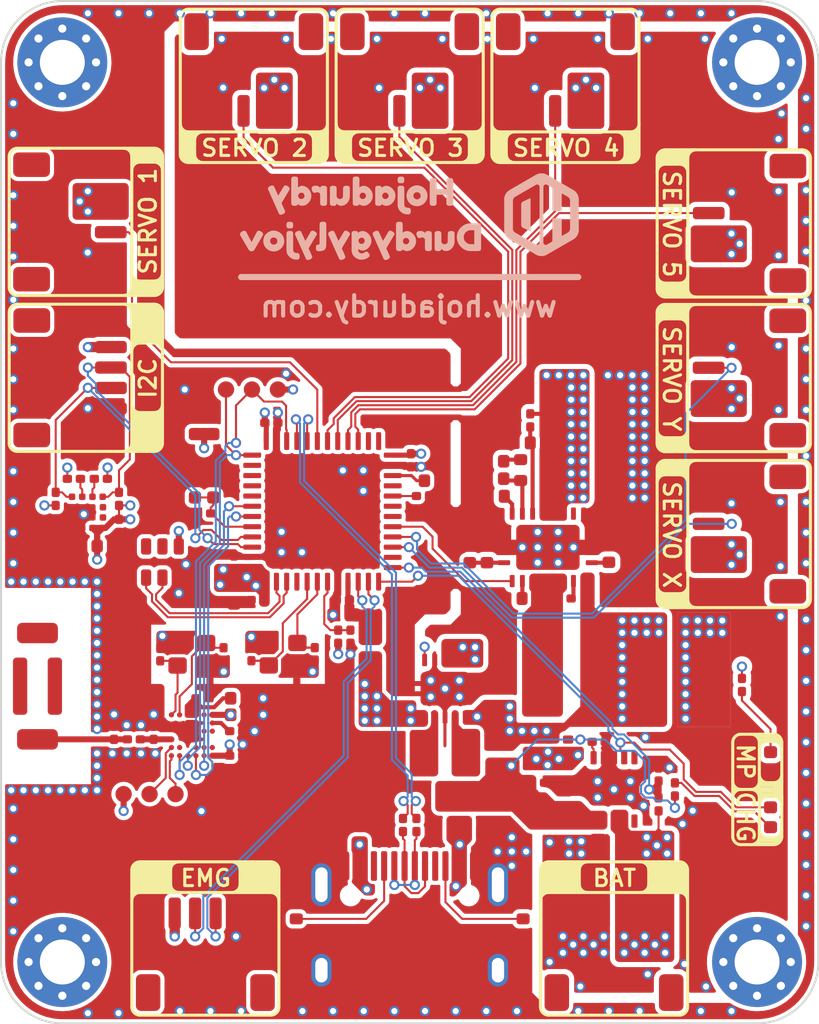
<source format=kicad_pcb>
(kicad_pcb (version 20210126) (generator pcbnew)
  (layers (0 "F.Cu" signal) (1 "In1.Cu" power "GND") (2 "In2.Cu" power "PWR") (31 "B.Cu" signal) (34 "B.Paste" user) (35 "F.Paste" user) (36 "B.SilkS" user "B.Silkscreen") (37 "F.SilkS" user "F.Silkscreen") (38 "B.Mask" user) (39 "F.Mask" user) (44 "Edge.Cuts" user))
  (net 0 "")
  (net 1 "Net-(C58-Pad1)")
  (net 2 "Net-(R53-Pad2)")
  (net 3 "GND")
  (net 4 "Net-(R51-Pad1)")
  (net 5 "Net-(R50-Pad2)")
  (net 6 "Net-(C52-Pad1)")
  (net 7 "NRST")
  (net 8 "Net-(J1-PadA5)")
  (net 9 "Net-(J1-PadB5)")
  (net 10 "6V")
  (net 11 "Net-(D50-Pad2)")
  (net 12 "3.3V")
  (net 13 "Net-(R61-Pad1)")
  (net 14 "Net-(R11-Pad2)")
  (net 15 "SDA")
  (net 16 "SCL")
  (net 17 "BAT_VOLT")
  (net 18 "VBAT")
  (net 19 "BOOT0")
  (net 20 "VUSB")
  (net 21 "Net-(R60-Pad1)")
  (net 22 "SDI")
  (net 23 "CKI")
  (net 24 "SERVO_Y")
  (net 25 "SERVO_X")
  (net 26 "BOOST_EN")
  (net 27 "nSLEEP")
  (net 28 "no_connect_99")
  (net 29 "no_connect_94")
  (net 30 "no_connect_95")
  (net 31 "no_connect_96")
  (net 32 "no_connect_97")
  (net 33 "SERVO_4")
  (net 34 "SERVO_5")
  (net 35 "SERVO_1")
  (net 36 "no_connect_88")
  (net 37 "no_connect_89")
  (net 38 "SERVO_2")
  (net 39 "SERVO_3")
  (net 40 "no_connect_98")
  (net 41 "no_connect_100")
  (net 42 "no_connect_101")
  (net 43 "EMG_2")
  (net 44 "EMG_1")
  (net 45 "BAT_STAT")
  (net 46 "Net-(D30-Pad2)")
  (net 47 "Net-(R31-Pad2)")
  (net 48 "Net-(ANT1-Pad1)")
  (net 49 "no_connect_92")
  (net 50 "no_connect_93")
  (net 51 "no_connect_111")
  (net 52 "no_connect_102")
  (net 53 "no_connect_103")
  (net 54 "no_connect_104")
  (net 55 "no_connect_105")
  (net 56 "no_connect_106")
  (net 57 "no_connect_107")
  (net 58 "no_connect_108")
  (net 59 "D-")
  (net 60 "D+")
  (net 61 "Net-(C57-Pad1)")
  (net 62 "BT_TX")
  (net 63 "BT_RX")
  (net 64 "Net-(J1-PadA7)")
  (net 65 "Net-(J1-PadA6)")
  (net 66 "VBUS")
  (net 67 "BT_2")
  (net 68 "BT_1")
  (net 69 "Net-(C17-Pad1)")
  (net 70 "+3.3VA")
  (net 71 "Net-(C19-Pad1)")
  (net 72 "Net-(C110-Pad1)")
  (net 73 "Net-(L4-Pad2)")
  (net 74 "Net-(L4-Pad1)")
  (net 75 "Net-(C25-Pad1)")
  (net 76 "Net-(F1-Pad1)")
  (net 77 "Net-(C54-Pad1)")
  (net 78 "Net-(C52-Pad2)")
  (net 79 "Net-(C56-Pad1)")
  (net 80 "BT_SWCLK")
  (net 81 "BT_SWDIO")
  (net 82 "Net-(C22-Pad1)")
  (net 83 "Net-(C23-Pad1)")
  (net 84 "Net-(C21-Pad2)")
  (net 85 "Net-(C20-Pad2)")
  (net 86 "no_connect_112")
  (net 87 "no_connect_113")
  (net 88 "no_connect_109")
  (net 89 "no_connect_110")
  (net 90 "no_connect_90")
  (net 91 "no_connect_91")
  (footprint "Resistor_SMD:R_0201_0603Metric" (layer "F.Cu") (at 130.9 65.51 -90)
    (fp_text reference "R53" hide)
    (fp_text value "470K" hide)
  )
  (footprint "HD_ModDB:JST_SH_SM04B-SRSS-TB_1x04-1MP_P1.00mm_Horizontal" (layer "F.Cu") (at 135 91.62)
    (fp_text reference "J3" hide)
    (fp_text value "BAT" hide)
  )
  (footprint "Capacitor_SMD:C_0402_1005Metric" (layer "F.Cu") (at 134.13 74.22)
    (fp_text reference "C53" hide)
    (fp_text value "100nF" hide)
  )
  (footprint "Capacitor_SMD:C_0603_1608Metric" (layer "F.Cu") (at 129.105 79.095 90)
    (fp_text reference "C40" hide)
    (fp_text value "10uF" hide)
  )
  (footprint "Package_DFN_QFN:QFN-48-1EP_7x7mm_P0.5mm_EP5.6x5.6mm" (layer "F.Cu") (at 120.73 69.96 90)
    (fp_text reference "U1" hide)
    (fp_text value "STM32F411CEU6" hide)
  )
  (footprint "Resistor_SMD:R_0402_1005Metric" (layer "F.Cu") (at 119.45 90.4 -90)
    (fp_text reference "R3" hide)
    (fp_text value "5.1K" hide)
  )
  (footprint "Resistor_SMD:R_0201_0603Metric" (layer "F.Cu") (at 125.65 69.21 180)
    (fp_text reference "R11" hide)
    (fp_text value "10K" hide)
  )
  (footprint "Resistor_SMD:R_0201_0603Metric" (layer "F.Cu") (at 110.775 69.34875 -90)
    (fp_text reference "R62" hide)
    (fp_text value "10K" hide)
  )
  (footprint "Resistor_SMD:R_0201_0603Metric" (layer "F.Cu") (at 134.25 81.23 180)
    (fp_text reference "R31" hide)
    (fp_text value "1.96K" hide)
  )
  (footprint "Capacitor_SMD:C_0201_0603Metric" (layer "F.Cu") (at 110.53 80.79 90)
    (fp_text reference "C26" hide)
    (fp_text value "TBD" hide)
  )
  (footprint "Resistor_SMD:R_0201_0603Metric" (layer "F.Cu") (at 108.565 68.36875 180)
    (fp_text reference "R60" hide)
    (fp_text value "10K" hide)
  )
  (footprint "Crystal:Crystal_SMD_2016-4Pin_2.0x1.6mm" (layer "F.Cu") (at 114.34 76.95 180)
    (fp_text reference "Y2" hide)
    (fp_text value "32MHz" hide)
  )
  (footprint "Resistor_SMD:R_0201_0603Metric" (layer "F.Cu") (at 114.94 70.06)
    (fp_text reference "R10" hide)
    (fp_text value "10K" hide)
  )
  (footprint "Capacitor_SMD:C_0402_1005Metric" (layer "F.Cu") (at 129.12 67.51 180)
    (fp_text reference "C57" hide)
    (fp_text value "560pF" hide)
  )
  (footprint "HD_ModDB:Texas_VSON-10_3x3mm_P0.5mm" (layer "F.Cu") (at 126.73 78.53 90)
    (fp_text reference "U4" hide)
    (fp_text value "TPS63001DRC" hide)
  )
  (footprint "Capacitor_SMD:C_0402_1005Metric" (layer "F.Cu") (at 109.225 71.65875 180)
    (fp_text reference "C60" hide)
    (fp_text value "10uF" hide)
  )
  (footprint "HD_ModDB:NRF52805-CAAA" (layer "F.Cu") (at 114.34 80.91)
    (fp_text reference "U2" hide)
    (fp_text value "nRF52805-CAAA" hide)
  )
  (footprint "Resistor_SMD:R_0402_1005Metric" (layer "F.Cu") (at 130.43 67.94 90)
    (fp_text reference "R52" hide)
    (fp_text value "44.2K" hide)
  )
  (footprint "Capacitor_SMD:C_0402_1005Metric" (layer "F.Cu") (at 129.12 68.36 180)
    (fp_text reference "C58" hide)
    (fp_text value "30pF" hide)
  )
  (footprint "LED_SMD:LED_0402_1005Metric" (layer "F.Cu") (at 142.66 82.22 90)
    (fp_text reference "D50" hide)
    (fp_text value "MOTOR_PWR" hide)
  )
  (footprint "HD_ModDB:JST_SH_SM04B-SRSS-TB_1x04-1MP_P1.00mm_Horizontal" (layer "F.Cu") (at 117.37 48.372157 180)
    (fp_text reference "J11" hide)
    (fp_text value "Servo_2" hide)
  )
  (footprint "Capacitor_SMD:C_0402_1005Metric" (layer "F.Cu") (at 127.94 71.99 90)
    (fp_text reference "C55" hide)
    (fp_text value "1uF" hide)
  )
  (footprint "Resistor_SMD:R_0201_0603Metric" (layer "F.Cu") (at 131.28 83.23 180)
    (fp_text reference "R5" hide)
    (fp_text value "100K" hide)
  )
  (footprint "HD_ModDB:UDFN2020-6" (layer "F.Cu") (at 131.77 81.77 180)
    (fp_text reference "Q1" hide)
    (fp_text value "SSM6J505NU" hide)
  )
  (footprint "Capacitor_SMD:C_1210_3225Metric" (layer "F.Cu") (at 133.444999 68)
    (fp_text reference "C59" hide)
    (fp_text value "47uF" hide)
  )
  (footprint "Capacitor_SMD:C_0201_0603Metric" (layer "F.Cu") (at 110.775 70.66875 -90)
    (fp_text reference "C61" hide)
    (fp_text value "100nF" hide)
  )
  (footprint "Capacitor_SMD:C_0402_1005Metric" (layer "F.Cu") (at 116.4 74.01 -90)
    (fp_text reference "C10" hide)
    (fp_text value "10uF" hide)
  )
  (footprint "HD_ModDB:DFN-10-1EP_3x3mm_P0.5mm_EP1.55x2.48mm" (layer "F.Cu") (at 135 83.56 90)
    (fp_text reference "U3" hide)
    (fp_text value "MCP73113-16SI" hide)
  )
  (footprint "HD_ModDB:USB2.0_Type-C_Connector" (layer "F.Cu") (at 125 91.35)
    (fp_text reference "J1" hide)
    (fp_text value "USB-C" hide)
  )
  (footprint "HD_ModDB:JST_SH_SM04B-SRSS-TB_1x04-1MP_P1.00mm_Horizontal" (layer "F.Cu") (at 108.38 63.425 -90)
    (fp_text reference "J5" hide)
    (fp_text value "I2C" hide)
  )
  (footprint "Capacitor_SMD:C_0201_0603Metric" (layer "F.Cu") (at 114.86 79.1)
    (fp_text reference "C24" hide)
    (fp_text value "100nF" hide)
  )
  (footprint "LED_SMD:LED_0402_1005Metric" (layer "F.Cu") (at 142.66 84.92 -90)
    (fp_text reference "D30" hide)
    (fp_text value "STAT" hide)
  )
  (footprint "Resistor_SMD:R_0201_0603Metric" (layer "F.Cu") (at 125.33 85.3 90)
    (fp_text reference "R1" hide)
    (fp_text value "10" hide)
  )
  (footprint "Resistor_SMD:R_0201_0603Metric" (layer "F.Cu") (at 109.885 68.36875)
    (fp_text reference "R61" hide)
    (fp_text value "10K" hide)
  )
  (footprint "Capacitor_SMD:C_0201_0603Metric" (layer "F.Cu") (at 118.23 65.63)
    (fp_text reference "C13" hide)
    (fp_text value "100nF" hide)
  )
  (footprint "Inductor_SMD:L_Coilcraft_XAL5030" (layer "F.Cu") (at 132.79 77.62 180)
    (fp_text reference "L5" hide)
    (fp_text value "800nH" hide)
  )
  (footprint "HD_ModDB:MicroSwitch" (layer "F.Cu") (at 114.94 67.68 90)
    (fp_text reference "SW1" hide)
    (fp_text value "BOOT0" hide)
  )
  (footprint "HD_ModDB:JST_SH_SM04B-SRSS-TB_1x04-1MP_P1.00mm_Horizontal" (layer "F.Cu") (at 141.63 63.437157 90)
    (fp_text reference "J7" hide)
    (fp_text value "Servo_Y" hide)
  )
  (footprint "Resistor_SMD:R_0402_1005Metric" (layer "F.Cu") (at 129.12 69.22 180)
    (fp_text reference "R51" hide)
    (fp_text value "105K" hide)
  )
  (footprint "HD_ModDB:JST_SH_SM04B-SRSS-TB_1x04-1MP_P1.00mm_Horizontal" (layer "F.Cu") (at 132.62 48.372157 180)
    (fp_text reference "J13" hide)
    (fp_text value "Servo_4" hide)
  )
  (footprint "Capacitor_SMD:C_0402_1005Metric" (layer "F.Cu") (at 116.72 79.91)
    (fp_text reference "C27" hide)
    (fp_text value "2.2uF" hide)
  )
  (footprint "Resistor_SMD:R_0201_0603Metric" (layer "F.Cu") (at 137.18 82.83 -90)
    (fp_text reference "R33" hide)
    (fp_text value "100K" hide)
  )
  (footprint "Capacitor_SMD:C_0201_0603Metric" (layer "F.Cu") (at 125.06 67.46 -90)
    (fp_text reference "C12" hide)
    (fp_text value "100nF" hide)
  )
  (footprint "HD_ModDB:JST_SH_SM04B-SRSS-TB_1x04-1MP_P1.00mm_Horizontal" (layer "F.Cu") (at 115 91.62)
    (fp_text reference "J4" hide)
    (fp_text value "EMG" hide)
  )
  (footprint "HD_ModDB:MountingHole_2.2mm_M2_Pad_Via" (layer "F.Cu") (at 142 48 90)
    (fp_text reference "H4" hide)
    (fp_text value "MountingHole" hide)
  )
  (footprint "Capacitor_SMD:C_0201_0603Metric" (layer "F.Cu") (at 112.47 80.79 90)
    (fp_text reference "C25" hide)
    (fp_text value "TBD" hide)
  )
  (footprint "Capacitor_SMD:C_0402_1005Metric" (layer "F.Cu") (at 116.72 79.1)
    (fp_text reference "C23" hide)
    (fp_text value "1uF" hide)
  )
  (footprint "HD_ModDB:JST_SH_SM04B-SRSS-TB_1x04-1MP_P1.00mm_Horizontal" (layer "F.Cu") (at 141.63 71.07 90)
    (fp_text reference "J6" hide)
    (fp_text value "Servo_X" hide)
  )
  (footprint "Resistor_SMD:R_0201_0603Metric" (layer "F.Cu") (at 107.675 69.34875 -90)
    (fp_text reference "R63" hide)
    (fp_text value "10K" hide)
  )
  (footprint "Capacitor_SMD:C_0201_0603Metric" (layer "F.Cu") (at 116.51 81.91)
    (fp_text reference "C28" hide)
    (fp_text value "100nF" hide)
  )
  (footprint "Fuse:Fuse_0603_1608Metric" (layer "F.Cu") (at 127.45 84.7 90)
    (fp_text reference "F1" hide)
    (fp_text value "1A" hide)
  )
  (footprint "HD_ModDB:CST2C" (layer "F.Cu") (at 129.13 81.75 90)
    (fp_text reference "D2" hide)
    (fp_text value "CCS15S30" hide)
  )
  (footprint "HD_ModDB:MountingHole_2.2mm_M2_Pad_Via" (layer "F.Cu") (at 108 92 90)
    (fp_text reference "H1" hide)
    (fp_text value "MountingHole" hide)
  )
  (footprint "Resistor_SMD:R_0201_0603Metric" (layer "F.Cu") (at 121.5 76.09 -90)
    (fp_text reference "R12" hide)
    (fp_text value "10K" hide)
  )
  (footprint "Capacitor_SMD:C_0402_1005Metric" (layer "F.Cu") (at 134.75 72.93 -90)
    (fp_text reference "C56" hide)
    (fp_text value "8.2nF" hide)
  )
  (footprint "Capacitor_SMD:C_0201_0603Metric" (layer "F.Cu") (at 116.4 72.46 90)
    (fp_text reference "C14" hide)
    (fp_text value "100nF" hide)
  )
  (footprint "HD_ModDB:JST_SH_SM04B-SRSS-TB_1x04-1MP_P1.00mm_Horizontal" (layer "F.Cu") (at 108.37 55.805 -90)
    (fp_text reference "J10" hide)
    (fp_text value "Servo_1" hide)
  )
  (footprint "Capacitor_SMD:C_0805_2012Metric" (layer "F.Cu") (at 128.975 84.7 -90)
    (fp_text reference "C1" hide)
    (fp_text value "10uF" hide)
  )
  (footprint "Capacitor_SMD:C_1206_3216Metric" (layer "F.Cu") (at 137.94 77.4)
    (fp_text reference "C51" hide)
    (fp_text value "10uF" hide)
  )
  (footprint "Capacitor_SMD:C_0201_0603Metric" (layer "F.Cu") (at 116.51 80.71)
    (fp_text reference "C22" hide)
    (fp_text value "100nF" hide)
  )
  (footprint "HD_ModDB:MountingHole_2.2mm_M2_Pad_Via" (layer "F.Cu") (at 142 92 90)
    (fp_text reference "H2" hide)
    (fp_text value "MountingHole" hide)
  )
  (footprint "Capacitor_SMD:C_0603_1608Metric" (layer "F.Cu") (at 135 86.2 180)
    (fp_text reference "C31" hide)
    (fp_text value "10uF" hide)
  )
  (footprint "Capacitor_SMD:C_0201_0603Metric" (layer "F.Cu") (at 120.355 76.945 -90)
    (fp_text reference "C110" hide)
    (fp_text value "18pF" hide)
  )
  (footprint "Inductor_SMD:L_0201_0603Metric" (layer "F.Cu") (at 111.5 81.11)
    (fp_text reference "L2" hide)
    (fp_text value "TBD" hide)
  )
  (footprint "Resistor_SMD:R_0402_1005Metric" (layer "F.Cu") (at 130.39 66.61 180)
    (fp_text reference "R54" hide)
    (fp_text value "118K" hide)
  )
  (footprint "Resistor_SMD:R_0201_0603Metric" (layer "F.Cu") (at 137.18 84.29 -90)
    (fp_text reference "R32" hide)
    (fp_text value "100K" hide)
  )
  (footprint "Capacitor_SMD:C_0603_1608Metric" (layer "F.Cu") (at 132.57 84.23 90)
    (fp_text reference "C30" hide)
    (fp_text value "10uF" hide)
  )
  (footprint "Capacitor_SMD:C_0402_1005Metric" (layer "F.Cu") (at 121.73 75.02 180)
    (fp_text reference "C16" hide)
    (fp_text value "1uF" hide)
  )
  (footprint "Crystal:Crystal_SMD_2016-4Pin_2.0x1.6mm" (layer "F.Cu") (at 118.805 76.945 180)
    (fp_text reference "Y1" hide)
    (fp_text value "25MHz" hide)
  )
  (footprint "HD_ModDB:SWD_Pogo_Pad" (layer "F.Cu") (at 118.55 64 -90)
    (fp_text reference "J9" hide)
    (fp_text value "SWD" hide)
  )
  (footprint "Capacitor_SMD:C_0201_0603Metric" (layer "F.Cu") (at 121.73 74.29 180)
    (fp_text reference "C15" hide)
    (fp_text value "100nF" hide)
  )
  (footprint "Capacitor_SMD:C_0402_1005Metric" (layer "F.Cu") (at 128.78 71.99 90)
    (fp_text reference "C54" hide)
    (fp_text value "1uF" hide)
  )
  (footprint "Capacitor_SMD:C_0201_0603Metric" (layer "F.Cu") (at 117.255 76.945 90)
    (fp_text reference "C19" hide)
    (fp_text value "18pF" hide)
  )
  (footprint "Resistor_SMD:R_0201_0603Metric" (layer "F.Cu") (at 141.26 78.45 90)
    (fp_text reference "R55" hide)
    (fp_text value "4.7K" hide)
  )
  (footprint "Resistor_SMD:R_0201_0603Metric" (layer "F.Cu") (at 137.98 83.56 -90)
    (fp_text reference "R30" hide)
    (fp_text value "2.2K" hide)
  )
  (footprint "Capacitor_SMD:C_0201_0603Metric" (layer "F.Cu") (at 115.89 76.95 90)
    (fp_text reference "C21" hide)
    (fp_text value "18pF" hide)
  )
  (footprint "Inductor_SMD:L_1008_2520Metric" (layer "F.Cu") (at 126.73 81.8 180)
    (fp_text reference "L4" hide)
    (fp_text value "1.5uH" hide)
  )
  (footprint "HD_ModDB:LGA-12_2x2mm_P0.5mm" (layer "F.Cu") (at 109.225 70.00875 -90)
    (fp_text reference "U6" hide)
    (fp_text value "LIS2DW12TR" hide)
  )
  (footprint "Capacitor_SMD:C_0201_0603Metric" (layer "F.Cu") (at 122.1 76.09 -90)
    (fp_text reference "C18" hide)
    (fp_text value "100nF" hide)
  )
  (footprint "Capacitor_SMD:C_0603_1608Metric" (layer "F.Cu") (at 124.33 79.105 90)
    (fp_text reference "C41" hide)
    (fp_text value "22uF" hide)
  )
  (footprint "HD_ModDB:JST_SH_SM04B-SRSS-TB_1x04-1MP_P1.00mm_Horizontal" (layer "F.Cu") (at 124.995 48.372157 180)
    (fp_text reference "J12" hide)
    (fp_text value "Servo_3" hide)
  )
  (footprint "Capacitor_SMD:C_0201_0603Metric" (layer "F.Cu") (at 112.79 76.95 -90)
    (fp_text reference "C20" hide)
    (fp_text value "18pF" hide)
  )
  (footprint "Resistor_SMD:R_0201_0603Metric" (layer "F.Cu") (at 124.67 85.3 90)
    (fp_text reference "R2" hide)
    (fp_text value "10" hide)
  )
  (footprint "Resistor_SMD:R_0402_1005Metric" (layer "F.Cu") (at 131.01 74.22 180)
    (fp_text reference "R50" hide)
    (fp_text value "261K" hide)
  )
  (footprint "Capacitor_SMD:C_0201_0603Metric" (layer "F.Cu") (at 132.58 74.22)
    (fp_text reference "C52" hide)
    (fp_text value "100nF" hide)
  )
  (footprint "HD_ModDB:MountingHole_2.2mm_M2_Pad_Via" (layer "F.Cu") (at 108 48 90)
    (fp_text reference "H3" hide)
    (fp_text value "MountingHole" hide)
  )
  (footprint "Capacitor_SMD:C_1210_3225Metric" (layer "F.Cu") (at 133.444999 65)
    (fp_text reference "C510" hide)
    (fp_text value "47uF" hide)
  )
  (footprint "Resistor_SMD:R_0402_1005Metric" (layer "F.Cu") (at 130.55 90.4 -90)
    (fp_text reference "R4" hide)
    (fp_text value "5.1K" hide)
  )
  (footprint "Capacitor_SMD:C_1206_3216Metric" (layer "F.Cu") (at 137.94 79.505)
    (fp_text reference "C50" hide)
    (fp_text value "10uF" hide)
  )
  (footprint "Inductor_SMD:L_0603_1608Metric" (layer "F.Cu") (at 122.98 76.63 -90)
    (fp_text reference "FB1" hide)
    (fp_text value "100@100MHz" hide)
  )
  (footprint "Capacitor_SMD:C_0201_0603Metric" (layer "F.Cu") (at 117.56 74.29 180)
    (fp_text reference "C11" hide)
    (fp_text value "100nF" hide)
  )
  (footprint "HD_ModDB:2450AT42B100E" (layer "F.Cu") (at 106.785 78.51 -90)
    (fp_text reference "ANT1" hide)
    (fp_text value "2450AT42B100" hide)
  )
  (footprint "HD_ModDB:JST_SH_SM04B-SRSS-TB_1x04-1MP_P1.00mm_Horizontal" (layer "F.Cu") (at 141.635 55.872157 90)
    (fp_text reference "J14" hide)
    (fp_text value "Servo_5" hide)
  )
  (footprint "HD_ModDB:SWD_Pogo_Pad" (layer "F.Cu") (at 111 83.79 90)
    (fp_text reference "J8" hide)
    (fp_text value "SWD" hide)
  )
  (footprint "Capacitor_SMD:C_0402_1005Metric" (layer "F.Cu") (at 126.2 68.46)
    (fp_text reference "C17" hide)
    (fp_text value "2.2uF" hide)
  )
  (footprint "HD_ModDB:Texas_VQFN-RHL-20" (layer "F.Cu") (at 131.764999 71.72 90)
    (fp_text reference "U5" hide)
    (fp_text value "TPS61088RHL" hide)
  )
  (footprint "HD_ModDB:APA102-2020" (layer "F.Cu") (at 112.9 72.425 90)
    (fp_text reference "D3" hide)
    (fp_text value "APA102-2020" hide)
  )
  (footprint "Footprints:HD_Logo_FM" (layer "B.Cu") (at 131.45 55.45 180)
    (fp_text reference "G***" hide)
    (fp_text value "LOGO" hide)
  )
  (footprint "Footprints:HD_Text_FM" (layer "B.Cu") (at 122.6 55.65 180)
    (fp_text reference "G***" hide)
    (fp_text value "LOGO" hide)
  )
  (gr_line (start 133.25 58.5) (end 116.75 58.5) (layer "B.SilkS") (width 0.3))
  (gr_line (start 143.01 80.96) (end 143.01 81.21) (layer "F.SilkS") (width 0.15))
  (gr_arc (start 137.51 59.077157) (end 137.51 59.477157) (angle 90) (layer "F.SilkS") (width 0.15))
  (gr_line (start 143.01 85.935) (end 143.01 86.11) (layer "F.SilkS") (width 0.15))
  (gr_arc (start 137.51 74.267157) (end 137.51 74.667157) (angle 90) (layer "F.SilkS") (width 0.15))
  (gr_poly (pts (xy 138.200001 87.1) (xy 138.6 87.5) (xy 138.6 88.6) (xy 136.7 88.6) (xy 136.700001 87.1)) (layer "F.SilkS") (width 0.1) (fill solid))
  (gr_arc (start 141.71 85.86) (end 142.11 85.86) (angle 90) (layer "F.SilkS") (width 0.15))
  (gr_arc (start 105.8 59) (end 105.8 59.4) (angle 90) (layer "F.SilkS") (width 0.15))
  (gr_poly (pts (xy 112.9 66.627843) (xy 112.5 67.027843) (xy 111.4 67.027843) (xy 111.4 65.127843) (xy 112.9 65.127843)) (layer "F.SilkS") (width 0.1) (fill solid))
  (gr_poly (pts (xy 113.3 87.1) (xy 113.3 88.6) (xy 111.4 88.6) (xy 111.4 87.5) (xy 111.8 87.1)) (layer "F.SilkS") (width 0.1) (fill solid))
  (gr_line (start 142.81 86.26) (end 141.21 86.26) (layer "F.SilkS") (width 0.15))
  (gr_line (start 105.4 60.227843) (end 105.4 66.627843) (layer "F.SilkS") (width 0.15))
  (gr_line (start 131.8 94.6) (end 138.2 94.6) (layer "F.SilkS") (width 0.15))
  (gr_line (start 111.4 58.697157) (end 112.9 58.697157) (layer "F.SilkS") (width 0.15))
  (gr_line (start 144.207157 67.04) (end 137.507157 67.04) (layer "F.SilkS") (width 0.15))
  (gr_poly (pts (xy 112.900001 61.727846) (xy 111.4 61.727846) (xy 111.4 59.827846) (xy 112.500001 59.827846) (xy 112.900001 60.227846)) (layer "F.SilkS") (width 0.1) (fill solid))
  (gr_arc (start 142.81 84.31) (end 142.81 83.91) (angle 90) (layer "F.SilkS") (width 0.15))
  (gr_line (start 142.11 83.56) (end 142.11 86.26) (layer "F.SilkS") (width 0.15))
  (gr_arc (start 111 60.227843) (end 111 59.827843) (angle 90) (layer "F.SilkS") (width 0.15))
  (gr_arc (start 105.8 60.227843) (end 105.4 60.227843) (angle 90) (layer "F.SilkS") (width 0.15))
  (gr_line (start 144.207157 59.84) (end 137.507157 59.84) (layer "F.SilkS") (width 0.15))
  (gr_poly (pts (xy 113.772844 52.499999) (xy 113.772844 51.399999) (xy 114.475687 51.399999) (xy 114.475687 52.899999) (xy 114.172844 52.899999)) (layer "F.SilkS") (width 0.1) (fill solid))
  (gr_arc (start 120.572843 52.5) (end 120.972843 52.5) (angle 90) (layer "F.SilkS") (width 0.15))
  (gr_line (start 111.8 94.6) (end 118.2 94.6) (layer "F.SilkS") (width 0.15))
  (gr_line (start 142.86 83.36) (end 142.16 83.36) (layer "F.SilkS") (width 0.15))
  (gr_line (start 112.9 59) (end 112.9 52.6) (layer "F.SilkS") (width 0.15))
  (gr_line (start 138.607157 67.04) (end 138.607157 59.84) (layer "F.SilkS") (width 0.15))
  (gr_line (start 143.01 83.66) (end 143.01 83.91) (layer "F.SilkS") (width 0.15))
  (gr_line (start 140.81 85.86) (end 140.81 83.96) (layer "F.SilkS") (width 0.15))
  (gr_line (start 116.7 88.6) (end 116.7 87.1) (layer "F.SilkS") (width 0.15))
  (gr_arc (start 105.8 52.6) (end 105.4 52.6) (angle 90) (layer "F.SilkS") (width 0.15))
  (gr_arc (start 142.51 82.83) (end 142.51 83.23) (angle 90) (layer "F.SilkS") (width 0.15))
  (gr_line (start 131.4 94.2) (end 131.4 87.5) (layer "F.SilkS") (width 0.15))
  (gr_poly (pts (xy 121.400001 52.497156) (xy 121.400001 51.397157) (xy 122.102844 51.397157) (xy 122.102844 52.897156) (xy 121.800001 52.897156)) (layer "F.SilkS") (width 0.1) (fill solid))
  (gr_line (start 143.21 81.26) (end 143.21 84.21) (layer "F.SilkS") (width 0.15))
  (gr_arc (start 135.142843 52.5) (end 135.542843 52.5) (angle 90) (layer "F.SilkS") (width 0.15))
  (gr_arc (start 131.8 87.5) (end 131.4 87.5) (angle 90) (layer "F.SilkS") (width 0.15))
  (gr_line (start 138.61 52.98) (end 137.11 52.98) (layer "F.SilkS") (width 0.15))
  (gr_arc (start 114.172843 51) (end 114.172843 51.4) (angle 90) (layer "F.SilkS") (width 0.15))
  (gr_arc (start 142.51 84.31) (end 142.11 84.31) (angle 90) (layer "F.SilkS") (width 0.15))
  (gr_arc (start 144.21 59.077157) (end 144.61 59.077157) (angle 90) (layer "F.SilkS") (width 0.15))
  (gr_arc (start 122.502843 52.497157) (end 122.502843 52.897157) (angle 90) (layer "F.SilkS") (width 0.15))
  (gr_line (start 144.21 52.277157) (end 137.51 52.277157) (layer "F.SilkS") (width 0.15))
  (gr_arc (start 130.125686 52.5) (end 130.125686 52.9) (angle 90) (layer "F.SilkS") (width 0.15))
  (gr_poly (pts (xy 127.920001 51.397157) (xy 128.600001 51.397157) (xy 128.600001 52.497156) (xy 128.200001 52.897156) (xy 127.920001 52.897156)) (layer "F.SilkS") (width 0.1) (fill solid))
  (gr_arc (start 114.875686 51.8) (end 114.475686 51.8) (angle 90) (layer "F.SilkS") (width 0.15))
  (gr_line (start 118.6 94.2) (end 118.6 87.5) (layer "F.SilkS") (width 0.15))
  (gr_line (start 111.4 88.6) (end 118.6 88.6) (layer "F.SilkS") (width 0.15))
  (gr_line (start 129.022843 45.8) (end 129.022843 52.5) (layer "F.SilkS") (width 0.15))
  (gr_line (start 142.81 85.93) (end 142.11 85.93) (layer "F.SilkS") (width 0.15))
  (gr_arc (start 138.2 89) (end 138.2 88.6) (angle 90) (layer "F.SilkS") (width 0.15))
  (gr_line (start 120.972843 45.8) (end 120.972843 52.5) (layer "F.SilkS") (width 0.15))
  (gr_arc (start 139.01 67.867157) (end 138.61 67.867157) (angle 90) (layer "F.SilkS") (width 0.15))
  (gr_poly (pts (xy 137.507158 59.84) (xy 138.607158 59.84) (xy 138.607158 60.542843) (xy 137.107158 60.542843) (xy 137.107158 60.24)) (layer "F.SilkS") (width 0.1) (fill solid))
  (gr_poly (pts (xy 112.499999 59.4) (xy 111.399999 59.4) (xy 111.399999 58.697157) (xy 112.899999 58.697157) (xy 112.899999 59)) (layer "F.SilkS") (width 0.1) (fill solid))
  (gr_arc (start 138.207157 65.96) (end 138.607157 65.96) (angle 90) (layer "F.SilkS") (width 0.15))
  (gr_arc (start 121.8 45.797157) (end 121.4 45.797157) (angle 90) (layer "F.SilkS") (width 0.15))
  (gr_line (start 114.172843 52.9) (end 120.572843 52.9) (layer "F.SilkS") (width 0.15))
  (gr_line (start 142.81 83.91) (end 142.11 83.91) (layer "F.SilkS") (width 0.15))
  (gr_line (start 113.772843 45.8) (end 113.772843 52.5) (layer "F.SilkS") (width 0.15))
  (gr_arc (start 121.8 50.997157) (end 121.8 51.397157) (angle 90) (layer "F.SilkS") (width 0.15))
  (gr_line (start 140.81 83.56) (end 142.81 83.56) (layer "F.SilkS") (width 0.15))
  (gr_line (start 137.107157 66.36) (end 138.607157 66.36) (layer "F.SilkS") (width 0.15))
  (gr_arc (start 111.8 58.297157) (end 111.8 58.697157) (angle 90) (layer "F.SilkS") (width 0.15))
  (gr_line (start 142.86 86.21) (end 142.16 86.21) (layer "F.SilkS") (width 0.15))
  (gr_line (start 137.11 73.987157) (end 138.61 73.987157) (layer "F.SilkS") (width 0.15))
  (gr_line (start 138.6 94.2) (end 138.6 87.5) (layer "F.SilkS") (width 0.15))
  (gr_poly (pts (xy 137.510001 67.467157) (xy 138.610001 67.467157) (xy 138.610001 68.17) (xy 137.110001 68.17) (xy 137.110001 67.867157)) (layer "F.SilkS") (width 0.1) (fill solid))
  (gr_line (start 122.102843 51.397157) (end 122.102843 52.897157) (layer "F.SilkS") (width 0.15))
  (gr_line (start 120.972843 51.4) (end 113.772843 51.4) (layer "F.SilkS") (width 0.15))
  (gr_arc (start 112.5 60.227843) (end 112.5 59.827843) (angle 90) (layer "F.SilkS") (width 0.15))
  (gr_line (start 136.7 88.6) (end 136.7 87.1) (layer "F.SilkS") (width 0.15))
  (gr_arc (start 112.5 64.727843) (end 112.9 64.727843) (angle 90) (layer "F.SilkS") (width 0.15))
  (gr_arc (start 142.51 81.61) (end 142.11 81.61) (angle 90) (layer "F.SilkS") (width 0.15))
  (gr_line (start 142.86 83.81) (end 142.16 83.81) (layer "F.SilkS") (width 0.15))
  (gr_arc (start 127.52 51.797157) (end 127.52 51.397157) (angle 90) (layer "F.SilkS") (width 0.15))
  (gr_arc (start 112.5 59) (end 112.9 59) (angle 90) (layer "F.SilkS") (width 0.15))
  (gr_line (start 118.2 87.1) (end 111.8 87.1) (layer "F.SilkS") (width 0.15))
  (gr_line (start 105.8 67.027843) (end 112.5 67.027843) (layer "F.SilkS") (width 0.15))
  (gr_arc (start 137.51 52.677157) (end 137.11 52.677157) (angle 90) (layer "F.SilkS") (width 0.15))
  (gr_line (start 128.6 51.397157) (end 121.4 51.397157) (layer "F.SilkS") (width 0.15))
  (gr_line (start 142.86 80.96) (end 142.91 81.16) (layer "F.SilkS") (width 0.15))
  (gr_line (start 142.81 80.86) (end 142.16 80.86) (layer "F.SilkS") (width 0.15))
  (gr_line (start 141.21 80.86) (end 142.81 80.86) (layer "F.SilkS") (width 0.15))
  (gr_arc (start 128.2 50.997157) (end 128.6 50.997157) (angle 90) (layer "F.SilkS") (width 0.15))
  (gr_line (start 142.91 83.235) (end 142.86 83.51) (layer "F.SilkS") (width 0.15))
  (gr_line (start 137.11 67.867157) (end 137.11 74.267157) (layer "F.SilkS") (width 0.15))
  (gr_arc (start 111.8 89) (end 111.4 89) (angle 90) (layer "F.SilkS") (width 0.15))
  (gr_line (start 142.86 86.06) (end 142.16 86.06) (layer "F.SilkS") (width 0.15))
  (gr_arc (start 131.8 89) (end 131.4 89) (angle 90) (layer "F.SilkS") (width 0.15))
  (gr_arc (start 129.422843 51) (end 129.422843 51.4) (angle 90) (layer "F.SilkS") (width 0.15))
  (gr_line (start 138.61 59.477157) (end 138.61 52.277157) (layer "F.SilkS") (width 0.15))
  (gr_arc (start 138.21 53.38) (end 138.21 52.98) (angle 90) (layer "F.SilkS") (width 0.15))
  (gr_arc (start 118.2 94.2) (end 118.6 94.2) (angle 90) (layer "F.SilkS") (width 0.15))
  (gr_line (start 144.61 59.077157) (end 144.61 52.677157) (layer "F.SilkS") (width 0.15))
  (gr_arc (start 142.51 85.53) (end 142.51 85.93) (angle 90) (layer "F.SilkS") (width 0.15))
  (gr_line (start 111.4 59.827843) (end 111.4 67.027843) (layer "F.SilkS") (width 0.15))
  (gr_line (start 138.61 68.17) (end 137.11 68.17) (layer "F.SilkS") (width 0.15))
  (gr_line (start 142.86 83.66) (end 142.91 83.86) (layer "F.SilkS") (width 0.15))
  (gr_arc (start 112.5 62.127843) (end 112.5 61.727843) (angle 90) (layer "F.SilkS") (width 0.15))
  (gr_line (start 142.86 83.51) (end 142.16 83.51) (layer "F.SilkS") (width 0.15))
  (gr_arc (start 141.71 83.96) (end 141.71 83.56) (angle 90) (layer "F.SilkS") (width 0.15))
  (gr_arc (start 111.8 94.2) (end 111.8 94.6) (angle 90) (layer "F.SilkS") (width 0.15))
  (gr_arc (start 129.422843 52.5) (end 129.422843 52.9) (angle 90) (layer "F.SilkS") (width 0.15))
  (gr_line (start 128.2 45.397157) (end 121.8 45.397157) (layer "F.SilkS") (width 0.15))
  (gr_arc (start 116.3 88.2) (end 116.7 88.2) (angle 90) (layer "F.SilkS") (width 0.15))
  (gr_line (start 135.822843 45.4) (end 129.422843 45.4) (layer "F.SilkS") (width 0.15))
  (gr_line (start 137.107157 60.24) (end 137.107157 66.64) (layer "F.SilkS") (width 0.15))
  (gr_arc (start 137.51 67.867157) (end 137.11 67.867157) (angle 90) (layer "F.SilkS") (width 0.15))
  (gr_line (start 135.542843 52.9) (end 135.542843 51.4) (layer "F.SilkS") (width 0.15))
  (gr_line (start 129.725686 51.4) (end 129.725686 52.9) (layer "F.SilkS") (width 0.15))
  (gr_poly (pts (xy 118.2 87.1) (xy 118.6 87.5) (xy 118.6 88.6) (xy 116.7 88.6) (xy 116.7 87.1)) (layer "F.SilkS") (width 0.1) (fill solid))
  (gr_line (start 121.8 52.897157) (end 128.2 52.897157) (layer "F.SilkS") (width 0.15))
  (gr_arc (start 141.71 83.16) (end 142.11 83.16) (angle 90) (layer "F.SilkS") (width 0.15))
  (gr_arc (start 142.81 82.83) (end 143.21 82.83) (angle 90) (layer "F.SilkS") (width 0.15))
  (gr_line (start 138.61 74.667157) (end 138.61 67.467157) (layer "F.SilkS") (width 0.15))
  (gr_arc (start 144.21 52.677157) (end 144.21 52.277157) (angle 90) (layer "F.SilkS") (width 0.15))
  (gr_poly (pts (xy 111.4 52.88) (xy 111.4 52.2) (xy 112.5 52.2) (xy 112.9 52.6) (xy 112.9 52.88)) (layer "F.SilkS") (width 0.1) (fill solid))
  (gr_line (start 112.9 66.627843) (end 112.9 60.227843) (layer "F.SilkS") (width 0.15))
  (gr_arc (start 144.207157 66.64) (end 144.607157 66.64) (angle 90) (layer "F.SilkS") (width 0.15))
  (gr_line (start 138.2 87.1) (end 131.8 87.1) (layer "F.SilkS") (width 0.15))
  (gr_line (start 144.61 74.267157) (end 144.61 67.867157) (layer "F.SilkS") (width 0.15))
  (gr_arc (start 121.8 52.497157) (end 121.8 52.897157) (angle 90) (layer "F.SilkS") (width 0.15))
  (gr_line (start 144.21 67.467157) (end 137.51 67.467157) (layer "F.SilkS") (width 0.15))
  (gr_line (start 105.8 59.4) (end 112.5 59.4) (layer "F.SilkS") (width 0.15))
  (gr_arc (start 142.81 83.96) (end 142.81 83.56) (angle 90) (layer "F.SilkS") (width 0.15))
  (gr_arc (start 142.81 85.86) (end 143.21 85.86) (angle 90) (layer "F.SilkS") (width 0.15))
  (gr_arc (start 144.21 67.867157) (end 144.21 67.467157) (angle 90) (layer "F.SilkS") (width 0.15))
  (gr_poly (pts (xy 138.609998 58.797157) (xy 138.609998 59.477157) (xy 137.510001 59.477157) (xy 137.110001 59.077156) (xy 137.110001 58.797156)) (layer "F.SilkS") (width 0.1) (fill solid))
  (gr_line (start 144.21 74.667157) (end 137.51 74.667157) (layer "F.SilkS") (width 0.15))
  (gr_arc (start 137.507157 60.942843) (end 137.107157 60.942843) (angle 90) (layer "F.SilkS") (width 0.15))
  (gr_arc (start 139.007157 66.64) (end 139.007157 67.04) (angle 90) (layer "F.SilkS") (width 0.15))
  (gr_line (start 143.18 83.56) (end 142.16 83.56) (layer "F.SilkS") (width 0.15))
  (gr_arc (start 141.21 83.96) (end 140.81 83.96) (angle 90) (layer "F.SilkS") (width 0.15))
  (gr_line (start 143.092843 83.677157) (end 143.092843 83.96) (layer "F.SilkS") (width 0.15))
  (gr_arc (start 142.81 83.16) (end 143.21 83.16) (angle 90) (layer "F.SilkS") (width 0.15))
  (gr_line (start 143.11 83.135) (end 143.092843 83.36) (layer "F.SilkS") (width 0.15))
  (gr_poly (pts (xy 120.292844 51.399999) (xy 120.972844 51.399999) (xy 120.972844 52.499999) (xy 120.572844 52.899999) (xy 120.292844 52.899999)) (layer "F.SilkS") (width 0.1) (fill solid))
  (gr_line (start 138.607157 60.542843) (end 137.107157 60.542843) (layer "F.SilkS") (width 0.15))
  (gr_line (start 120.292843 52.9) (end 120.292843 51.4) (layer "F.SilkS") (width 0.15))
  (gr_arc (start 111.8 53.28) (end 111.4 53.28) (angle 90) (layer "F.SilkS") (width 0.15))
  (gr_poly (pts (xy 137.510002 52.277157) (xy 138.610001 52.277157) (xy 138.610001 52.980003) (xy 137.110002 52.98) (xy 137.110005 52.677157)) (layer "F.SilkS") (width 0.1) (fill solid))
  (gr_arc (start 138.21 68.57) (end 138.21 68.17) (angle 90) (layer "F.SilkS") (width 0.15))
  (gr_arc (start 119.892843 52.5) (end 120.292843 52.5) (angle 90) (layer "F.SilkS") (width 0.15))
  (gr_line (start 143.092843 80.977157) (end 143.092843 81.26) (layer "F.SilkS") (width 0.15))
  (gr_arc (start 133.7 87.5) (end 133.3 87.5) (angle 90) (layer "F.SilkS") (width 0.15))
  (gr_arc (start 111 66.627843) (end 111.4 66.627843) (angle 90) (layer "F.SilkS") (width 0.15))
  (gr_arc (start 137.51 53.38) (end 137.11 53.38) (angle 90) (layer "F.SilkS") (width 0.15))
  (gr_line (start 128.6 45.797157) (end 128.6 52.497157) (layer "F.SilkS") (width 0.15))
  (gr_arc (start 142.81 85.53) (end 143.21 85.53) (angle 90) (layer "F.SilkS") (width 0.15))
  (gr_line (start 142.81 83.23) (end 142.11 83.23) (layer "F.SilkS") (width 0.15))
  (gr_line (start 136.222843 51.4) (end 129.022843 51.4) (layer "F.SilkS") (width 0.15))
  (gr_arc (start 142.81 81.26) (end 142.81 80.86) (angle 90) (layer "F.SilkS") (width 0.15))
  (gr_arc (start 136.3 88.2) (end 136.7 88.2) (angle 90) (layer "F.SilkS") (width 0.15))
  (gr_line (start 142.81 81.21) (end 142.11 81.21) (layer "F.SilkS") (width 0.15))
  (gr_line (start 105.8 52.2) (end 112.5 52.2) (layer "F.SilkS") (width 0.15))
  (gr_line (start 137.11 52.677157) (end 137.11 59.077157) (layer "F.SilkS") (width 0.15))
  (gr_poly (pts (xy 138.607158 66.36) (xy 138.607158 67.04) (xy 137.507158 67.04) (xy 137.107158 66.64) (xy 137.107158 66.36)) (layer "F.SilkS") (width 0.1) (fill solid))
  (gr_arc (start 137.507157 65.96) (end 137.507157 66.36) (angle 90) (layer "F.SilkS") (width 0.15))
  (gr_arc (start 128.2 45.797157) (end 128.2 45.397157) (angle 90) (layer "F.SilkS") (width 0.15))
  (gr_line (start 111.4 52.2) (end 111.4 59.4) (layer "F.SilkS") (width 0.15))
  (gr_arc (start 111 59) (end 111.4 59) (angle 90) (layer "F.SilkS") (width 0.15))
  (gr_arc (start 114.172843 45.8) (end 113.772843 45.8) (angle 90) (layer "F.SilkS") (width 0.15))
  (gr_arc (start 138.21 73.587157) (end 138.61 73.587157) (angle 90) (layer "F.SilkS") (width 0.15))
  (gr_arc (start 137.51 73.587157) (end 137.51 73.987157) (angle 90) (layer "F.SilkS") (width 0.15))
  (gr_arc (start 111.8 87.5) (end 111.4 87.5) (angle 90) (layer "F.SilkS") (width 0.15))
  (gr_arc (start 128.2 52.497157) (end 128.6 52.497157) (angle 90) (layer "F.SilkS") (width 0.15))
  (gr_line (start 136.222843 45.8) (end 136.222843 52.5) (layer "F.SilkS") (width 0.15))
  (gr_arc (start 137.51 68.57) (end 137.11 68.57) (angle 90) (layer "F.SilkS") (width 0.15))
  (gr_line (start 111.4 65.127843) (end 112.9 65.127843) (layer "F.SilkS") (width 0.15))
  (gr_arc (start 141.21 81.26) (end 140.81 81.26) (angle 90) (layer "F.SilkS") (width 0.15))
  (gr_arc (start 118.2 89) (end 118.2 88.6) (angle 90) (layer "F.SilkS") (width 0.15))
  (gr_arc (start 116.3 87.5) (end 116.3 87.1) (angle 90) (layer "F.SilkS") (width 0.15))
  (gr_poly (pts (xy 133.3 87.1) (xy 133.3 88.6) (xy 131.4 88.6) (xy 131.4 87.5) (xy 131.8 87.1)) (layer "F.SilkS") (width 0.1) (fill solid))
  (gr_arc (start 130.125686 51.8) (end 129.725686 51.8) (angle 90) (layer "F.SilkS") (width 0.15))
  (gr_arc (start 118.2 87.5) (end 118.2 87.1) (angle 90) (layer "F.SilkS") (width 0.15))
  (gr_poly (pts (xy 135.542844 51.399999) (xy 136.222844 51.399999) (xy 136.222844 52.499999) (xy 135.822844 52.899999) (xy 135.542844 52.899999)) (layer "F.SilkS") (width 0.1) (fill solid))
  (gr_arc (start 137.51 58.397157) (end 137.51 58.797157) (angle 90) (layer "F.SilkS") (width 0.15))
  (gr_line (start 140.81 83.96) (end 140.81 81.26) (layer "F.SilkS") (width 0.15))
  (gr_line (start 142.86 80.96) (end 142.16 80.96) (layer "F.SilkS") (width 0.15))
  (gr_arc (start 120.572843 45.8) (end 120.572843 45.4) (angle 90) (layer "F.SilkS") (width 0.15))
  (gr_line (start 113.3 87.1) (end 113.3 88.6) (layer "F.SilkS") (width 0.15))
  (gr_arc (start 141.71 81.26) (end 141.71 80.86) (angle 90) (layer "F.SilkS") (width 0.15))
  (gr_arc (start 144.207157 60.24) (end 144.207157 59.84) (angle 90) (layer "F.SilkS") (width 0.15))
  (gr_line (start 144.607157 66.7) (end 144.607157 60.3) (layer "F.SilkS") (width 0.15))
  (gr_line (start 144.21 59.477157) (end 137.51 59.477157) (layer "F.SilkS") (width 0.15))
  (gr_line (start 114.475686 51.4) (end 114.475686 52.9) (layer "F.SilkS") (width 0.15))
  (gr_arc (start 113.7 87.5) (end 113.3 87.5) (angle 90) (layer "F.SilkS") (width 0.15))
  (gr_line (start 127.92 52.897157) (end 127.92 51.397157) (layer "F.SilkS") (width 0.15))
  (gr_line (start 133.3 87.1) (end 133.3 88.6) (layer "F.SilkS") (width 0.15))
  (gr_line (start 111.4 94.2) (end 111.4 87.5) (layer "F.SilkS") (width 0.15))
  (gr_poly (pts (xy 138.610001 73.987157) (xy 138.610001 74.667157) (xy 137.510001 74.667157) (xy 137.110001 74.267157) (xy 137.110001 73.987157)) (layer "F.SilkS") (width 0.1) (fill solid))
  (gr_arc (start 142.81 81.61) (end 142.81 81.21) (angle 90) (layer "F.SilkS") (width 0.15))
  (gr_arc (start 138.2 94.2) (end 138.6 94.2) (angle 90) (layer "F.SilkS") (width 0.15))
  (gr_arc (start 119.892843 51.8) (end 119.892843 51.4) (angle 90) (layer "F.SilkS") (width 0.15))
  (gr_arc (start 129.422843 45.8) (end 129.022843 45.8) (angle 90) (layer "F.SilkS") (width 0.15))
  (gr_arc (start 139.01 59.077157) (end 139.01 59.477157) (angle 90) (layer "F.SilkS") (width 0.15))
  (gr_arc (start 111 52.6) (end 111 52.2) (angle 90) (layer "F.SilkS") (width 0.15))
  (gr_arc (start 112.5 52.6) (end 112.5 52.2) (angle 90) (layer "F.SilkS") (width 0.15))
  (gr_arc (start 138.2 87.5) (end 138.2 87.1) (angle 90) (layer "F.SilkS") (width 0.15))
  (gr_line (start 112.9 61.727843) (end 111.4 61.727843) (layer "F.SilkS") (width 0.15))
  (gr_arc (start 135.822843 52.5) (end 136.222843 52.5) (angle 90) (layer "F.SilkS") (width 0.15))
  (gr_arc (start 138.21 58.397157) (end 138.61 58.397157) (angle 90) (layer "F.SilkS") (width 0.15))
  (gr_arc (start 112.5 58.297157) (end 112.9 58.297157) (angle 90) (layer "F.SilkS") (width 0.15))
  (gr_arc (start 105.8 66.627843) (end 105.8 67.027843) (angle 90) (layer "F.SilkS") (width 0.15))
  (gr_line (start 143.01 83.235) (end 143.01 83.41) (layer "F.SilkS") (width 0.15))
  (gr_line (start 142.11 80.86) (end 142.11 83.56) (layer "F.SilkS") (width 0.15))
  (gr_line (start 142.86 83.66) (end 142.16 83.66) (layer "F.SilkS") (width 0.15))
  (gr_line (start 143.11 85.835) (end 143.092843 86.06) (layer "F.SilkS") (width 0.15))
  (gr_arc (start 139.007157 60.24) (end 138.607157 60.24) (angle 90) (layer "F.SilkS") (width 0.15))
  (gr_arc (start 141.21 83.16) (end 141.21 83.56) (angle 90) (layer "F.SilkS") (width 0.15))
  (gr_arc (start 133.7 88.2) (end 133.7 88.6) (angle 90) (layer "F.SilkS") (width 0.15))
  (gr_line (start 131.4 88.6) (end 138.6 88.6) (layer "F.SilkS") (width 0.15))
  (gr_line (start 137.11 58.797157) (end 138.61 58.797157) (layer "F.SilkS") (width 0.15))
  (gr_arc (start 135.822843 45.8) (end 135.822843 45.4) (angle 90) (layer "F.SilkS") (width 0.15))
  (gr_arc (start 114.172843 52.5) (end 114.172843 52.9) (angle 90) (layer "F.SilkS") (width 0.15))
  (gr_line (start 105.8 59.827843) (end 112.5 59.827843) (layer "F.SilkS") (width 0.15))
  (gr_arc (start 139.01 52.677157) (end 138.61 52.677157) (angle 90) (layer "F.SilkS") (width 0.15))
  (gr_line (start 143.21 83.96) (end 143.21 85.86) (layer "F.SilkS") (width 0.15))
  (gr_line (start 105.4 52.6) (end 105.4 59) (layer "F.SilkS") (width 0.15))
  (gr_arc (start 139.01 74.267157) (end 139.01 74.667157) (angle 90) (layer "F.SilkS") (width 0.15))
  (gr_arc (start 137.507157 66.64) (end 137.507157 67.04) (angle 90) (layer "F.SilkS") (width 0.15))
  (gr_line (start 129.422843 52.9) (end 135.822843 52.9) (layer "F.SilkS") (width 0.15))
  (gr_arc (start 131.8 94.2) (end 131.8 94.6) (angle 90) (layer "F.SilkS") (width 0.15))
  (gr_arc (start 127.52 52.497157) (end 127.92 52.497157) (angle 90) (layer "F.SilkS") (width 0.15))
  (gr_arc (start 111.8 64.727843) (end 111.8 65.127843) (angle 90) (layer "F.SilkS") (width 0.15))
  (gr_arc (start 135.142843 51.8) (end 135.142843 51.4) (angle 90) (layer "F.SilkS") (width 0.15))
  (gr_line (start 112.9 52.88) (end 111.4 52.88) (layer "F.SilkS") (width 0.15))
  (gr_arc (start 136.3 87.5) (end 136.3 87.1) (angle 90) (layer "F.SilkS") (width 0.15))
  (gr_arc (start 137.507157 60.24) (end 137.107157 60.24) (angle 90) (layer "F.SilkS") (width 0.15))
  (gr_arc (start 112.5 53.28) (end 112.5 52.88) (angle 90) (layer "F.SilkS") (width 0.15))
  (gr_line (start 142.86 81.11) (end 142.16 81.11) (layer "F.SilkS") (width 0.15))
  (gr_line (start 121.4 45.797157) (end 121.4 52.497157) (layer "F.SilkS") (width 0.15))
  (gr_arc (start 141.21 85.86) (end 141.21 86.26) (angle 90) (layer "F.SilkS") (width 0.15))
  (gr_arc (start 112.5 66.627843) (end 112.9 66.627843) (angle 90) (layer "F.SilkS") (width 0.15))
  (gr_arc (start 114.875686 52.5) (end 114.875686 52.9) (angle 90) (layer "F.SilkS") (width 0.15))
  (gr_line (start 142.91 85.935) (end 142.86 86.21) (layer "F.SilkS") (width 0.15))
  (gr_line (start 120.572843 45.4) (end 114.172843 45.4) (layer "F.SilkS") (width 0.15))
  (gr_arc (start 135.822843 51) (end 136.222843 51) (angle 90) (layer "F.SilkS") (width 0.15))
  (gr_arc (start 122.502843 51.797157) (end 122.102843 51.797157) (angle 90) (layer "F.SilkS") (width 0.15))
  (gr_arc (start 113.7 88.2) (end 113.7 88.6) (angle 90) (layer "F.SilkS") (width 0.15))
  (gr_poly (pts (xy 129.022844 52.499999) (xy 129.022844 51.399999) (xy 129.725687 51.399999) (xy 129.725687 52.899999) (xy 129.422844 52.899999)) (layer "F.SilkS") (width 0.1) (fill solid))
  (gr_arc (start 120.572843 51) (end 120.972843 51) (angle 90) (layer "F.SilkS") (width 0.15))
  (gr_arc (start 111.8 62.127843) (end 111.4 62.127843) (angle 90) (layer "F.SilkS") (width 0.15))
  (gr_arc (start 144.21 74.267157) (end 144.61 74.267157) (angle 90) (layer "F.SilkS") (width 0.15))
  (gr_arc (start 138.207157 60.942843) (end 138.207157 60.542843) (angle 90) (layer "F.SilkS") (width 0.15))
  (gr_arc (start 108 92) (end 108 95) (angle 90) (layer "Edge.Cuts") (width 0.1))
  (gr_arc (start 108 48) (end 105 48) (angle 90) (layer "Edge.Cuts") (width 0.1))
  (gr_line (start 108 45) (end 142 45) (layer "Edge.Cuts") (width 0.1))
  (gr_arc (start 142 48) (end 142 45) (angle 90) (layer "Edge.Cuts") (width 0.1))
  (gr_arc (start 142 92) (end 145 92) (angle 90) (layer "Edge.Cuts") (width 0.1))
  (gr_line (start 145 48) (end 145 92) (layer "Edge.Cuts") (width 0.1))
  (gr_line (start 142 95) (end 108 95) (layer "Edge.Cuts") (width 0.1))
  (gr_line (start 105 92) (end 105 48) (layer "Edge.Cuts") (width 0.1))
  (gr_text "www.hojadurdy.com" (at 124.95 59.935) (layer "B.SilkS") (effects (font (size 1 1) (thickness 0.2)) (justify mirror)))
  (gr_text "EMG" (at 115.02 87.9) (layer "F.SilkS") (effects (font (size 0.8 0.8))))
  (gr_text "SERVO 4" (at 132.655686 52.192843) (layer "F.SilkS") (effects (font (size 0.8 0.8))))
  (gr_text "BAT" (at 135.02 87.9) (layer "F.SilkS") (effects (font (size 0.8 0.8))))
  (gr_text "I2C" (at 112.19 63.447843 90) (layer "F.SilkS") (effects (font (size 0.8 0.8))))
  (gr_text "SERVO 2" (at 117.405686 52.19) (layer "F.SilkS") (effects (font (size 0.8 0.8))))
  (gr_text "CHG" (at 141.43 84.9 270) (layer "F.SilkS") (effects (font (size 0.8 0.8))))
  (gr_text "SERVO X" (at 137.82 71.1 270) (layer "F.SilkS") (effects (font (size 0.8 0.8))))
  (gr_text "SERVO 1" (at 112.19 55.767157 90) (layer "F.SilkS") (effects (font (size 0.8 0.8))))
  (gr_text "SERVO 3" (at 125.032843 52.19) (layer "F.SilkS") (effects (font (size 0.8 0.8))))
  (gr_text "MP" (at 141.43 82.2 270) (layer "F.SilkS") (effects (font (size 0.8 0.8))))
  (gr_text "SERVO Y" (at 137.817157 63.472843 270) (layer "F.SilkS") (effects (font (size 0.8 0.8))))
  (gr_text "SERVO 5" (at 137.82 55.91 270) (layer "F.SilkS") (effects (font (size 0.8 0.8))))
  (segment (start 130.43 68.45) (end 129.69 68.45) (width 0.2) (layer "F.Cu") (net 1))
  (segment (start 130.514999 70.07) (end 130.514999 68.534999) (width 0.2) (layer "F.Cu") (net 1))
  (segment (start 129.69 68.45) (end 129.6 68.36) (width 0.2) (layer "F.Cu") (net 1))
  (segment (start 130.514999 68.534999) (end 130.43 68.45) (width 0.2) (layer "F.Cu") (net 1))
  (segment (start 131.014999 66.724999) (end 130.9 66.61) (width 0.2) (layer "F.Cu") (net 2))
  (segment (start 131.014999 70.07) (end 131.014999 66.724999) (width 0.2) (layer "F.Cu") (net 2))
  (segment (start 130.9 65.83) (end 130.9 66.61) (width 0.2) (layer "F.Cu") (net 2))
  (segment (start 109.245 57.305) (end 109.24 57.3) (width 0.3) (layer "F.Cu") (net 3))
  (segment (start 118.55 65.63) (end 118.55 65.13) (width 0.3) (layer "F.Cu") (net 3))
  (segment (start 123.495 49.255) (end 123.5 49.25) (width 0.3) (layer "F.Cu") (net 3))
  (segment (start 114.54 81.11) (end 114.54 80.31) (width 0.3) (layer "F.Cu") (net 3))
  (segment (start 121.48 73.3975) (end 121.48 74.22) (width 0.25) (layer "F.Cu") (net 3))
  (segment (start 139.63 61.937157) (end 140.752843 61.937157) (width 0.3) (layer "F.Cu") (net 3))
  (segment (start 116.83 80.71) (end 117.41 80.71) (width 0.3) (layer "F.Cu") (net 3))
  (segment (start 114.33 80.48) (end 114.33 81.11) (width 0.3) (layer "F.Cu") (net 3))
  (segment (start 140.752843 61.937157) (end 140.76 61.93) (width 0.3) (layer "F.Cu") (net 3))
  (segment (start 114.54 80.71) (end 114.14 80.71) (width 0.3) (layer "F.Cu") (net 3))
  (segment (start 131.12 49.255) (end 131.125 49.25) (width 0.3) (layer "F.Cu") (net 3))
  (segment (start 113.34 80.51) (end 114.3 80.51) (width 0.3) (layer "F.Cu") (net 3))
  (segment (start 110.53 80.47) (end 110.53 79.89) (width 0.3) (layer "F.Cu") (net 3))
  (segment (start 115.87 50.372157) (end 115.87 49.24) (width 0.3) (layer "F.Cu") (net 3))
  (segment (start 116.47 72.21) (end 116.4 72.14) (width 0.3) (layer "F.Cu") (net 3))
  (segment (start 118.48 66.5225) (end 118.48 65.7) (width 0.25) (layer "F.Cu") (net 3))
  (segment (start 110.38 64.925) (end 109.257157 64.925) (width 0.5) (layer "F.Cu") (net 3))
  (segment (start 121.25 75.02) (end 121.25 75.025) (width 0.3) (layer "F.Cu") (net 3))
  (segment (start 114.14 81.11) (end 113.54 80.51) (width 0.3) (layer "F.Cu") (net 3))
  (segment (start 114.74 64) (end 113.99 64) (width 0.3) (layer "F.Cu") (net 3))
  (segment (start 122.1 76.41) (end 122.1 76.95) (width 0.3) (layer "F.Cu") (net 3))
  (segment (start 114.33 80.31) (end 114.14 80.31) (width 0.3) (layer "F.Cu") (net 3))
  (segment (start 121.48 74.22) (end 121.41 74.29) (width 0.3) (layer "F.Cu") (net 3))
  (segment (start 139.63 69.57) (end 140.75 69.57) (width 0.3) (layer "F.Cu") (net 3))
  (segment (start 114.81 83.79) (end 114.81 84.62) (width 0.3) (layer "F.Cu") (net 3))
  (segment (start 123.495 50.372157) (end 123.495 49.255) (width 0.3) (layer "F.Cu") (net 3))
  (segment (start 131.12 50.372157) (end 131.12 49.255) (width 0.3) (layer "F.Cu") (net 3))
  (segment (start 124.99 67.71) (end 125.06 67.78) (width 0.3) (layer "F.Cu") (net 3))
  (segment (start 114.54 81.11) (end 114.33 81.11) (width 0.3) (layer "F.Cu") (net 3))
  (segment (start 113.34 80.51) (end 113.7 80.51) (width 0.3) (layer "F.Cu") (net 3))
  (segment (start 113.94 80.51) (end 113.7 80.51) (width 0.3) (layer "F.Cu") (net 3))
  (segment (start 112.47 80.47) (end 112.47 79.89) (width 0.3) (layer "F.Cu") (net 3))
  (segment (start 116.5 89.62) (end 116.5 90.75) (width 0.5) (layer "F.Cu") (net 3))
  (segment (start 114.33 81.11) (end 114.14 81.11) (width 0.3) (layer "F.Cu") (net 3))
  (segment (start 113.54 80.51) (end 113.34 80.51) (width 0.3) (layer "F.Cu") (net 3))
  (segment (start 114.3 80.51) (end 114.33 80.48) (width 0.3) (layer "F.Cu") (net 3))
  (segment (start 114.14 80.71) (end 113.94 80.51) (width 0.3) (layer "F.Cu") (net 3))
  (segment (start 124.1675 67.71) (end 124.99 67.71) (width 0.25) (layer "F.Cu") (net 3))
  (segment (start 118.48 65.7) (end 118.55 65.63) (width 0.3) (layer "F.Cu") (net 3))
  (segment (start 117.2925 72.21) (end 116.47 72.21) (width 0.25) (layer "F.Cu") (net 3))
  (segment (start 114.33 80.31) (end 114.33 80.48) (width 0.3) (layer "F.Cu") (net 3))
  (segment (start 114.54 80.31) (end 114.33 80.31) (width 0.3) (layer "F.Cu") (net 3))
  (segment (start 140.747843 54.372157) (end 140.76 54.36) (width 0.3) (layer "F.Cu") (net 3))
  (segment (start 117.2 79.1) (end 117.83 79.1) (width 0.3) (layer "F.Cu") (net 3))
  (segment (start 116.83 81.91) (end 116.83 81.36) (width 0.3) (layer "F.Cu") (net 3))
  (segment (start 117.2 79.91) (end 117.83 79.91) (width 0.3) (layer "F.Cu") (net 3))
  (segment (start 109.257157 64.925) (end 109.25 64.917843) (width 0.3) (layer "F.Cu") (net 3))
  (segment (start 113.7 73.2) (end 113.7 73.96) (width 0.3) (layer "F.Cu") (net 3))
  (segment (start 113.94 80.51) (end 114.14 80.31) (width 0.3) (layer "F.Cu") (net 3))
  (segment (start 125.06 67.78) (end 125.56 67.78) (width 0.3) (layer "F.Cu") (net 3))
  (segment (start 114.14 81.11) (end 114.14 80.31) (width 0.3) (layer "F.Cu") (net 3))
  (segment (start 139.635 54.372157) (end 140.747843 54.372157) (width 0.3) (layer "F.Cu") (net 3))
  (segment (start 110.37 57.305) (end 109.245 57.305) (width 0.3) (layer "F.Cu") (net 3))
  (via (at 138.5 80.1) (size 0.5) (drill 0.3) (layers "F.Cu" "B.Cu") (net 3))
  (via (at 117.25 76.1) (size 0.5) (drill 0.3) (layers "F.Cu" "B.Cu") (net 3))
  (via (at 139.7 75.3) (size 0.5) (drill 0.3) (layers "F.Cu" "B.Cu") (net 3))
  (via (at 117.83 79.91) (size 0.5) (drill 0.3) (layers "F.Cu" "B.Cu") (net 3))
  (via (at 138.5 78.9) (size 0.5) (drill 0.3) (layers "F.Cu" "B.Cu") (net 3))
  (via (at 105.6 54.5) (size 0.5) (drill 0.3) (layers "F.Cu" "B.Cu") (net 3))
  (via (at 139.25 94.4) (size 0.5) (drill 0.3) (layers "F.Cu" "B.Cu") (net 3))
  (via (at 135.9 69.3) (size 0.5) (drill 0.3) (layers "F.Cu" "B.Cu") (net 3))
  (via (at 134.5 91.55) (size 0.5) (drill 0.3) (layers "F.Cu" "B.Cu") (net 3))
  (via (at 111.85 80.42) (size 0.5) (drill 0.3) (layers "F.Cu" "B.Cu") (net 3))
  (via (at 128.8 46.85) (size 0.5) (drill 0.3) (layers "F.Cu" "B.Cu") (net 3))
  (via (at 135.9 66.3) (size 0.5) (drill 0.3) (layers "F.Cu" "B.Cu") (net 3))
  (via (at 115.25 94.4) (size 0.5) (drill 0.3) (layers "F.Cu" "B.Cu") (net 3))
  (via (at 140.75 45.6) (size 0.5) (drill 0.3) (layers "F.Cu" "B.Cu") (net 3))
  (via (at 136.65 46.85) (size 0.5) (drill 0.3) (layers "F.Cu" "B.Cu") (net 3))
  (via (at 121.25 75.025) (size 0.5) (drill 0.3) (layers "F.Cu" "B.Cu") (net 3))
  (via (at 105.6 62) (size 0.5) (drill 0.3) (layers "F.Cu" "B.Cu") (net 3))
  (via (at 138.5 77.1) (size 0.5) (drill 0.3) (layers "F.Cu" "B.Cu") (net 3))
  (via (at 109.1 83.6) (size 0.5) (drill 0.3) (layers "F.Cu" "B.Cu") (net 3))
  (via (at 106.7 73.4) (size 0.5) (drill 0.3) (layers "F.Cu" "B.Cu") (net 3))
  (via (at 105.5 73.4) (size 0.5) (drill 0.3) (layers "F.Cu" "B.Cu") (net 3))
  (via (at 109.7 75.8) (size 0.5) (drill 0.3) (layers "F.Cu" "B.Cu") (net 3))
  (via (at 144.4 54.25) (size 0.5) (drill 0.3) (layers "F.Cu" "B.Cu") (net 3))
  (via (at 138.5 76.5) (size 0.5) (drill 0.3) (layers "F.Cu" "B.Cu") (net 3))
  (via (at 109.7 80) (size 0.5) (drill 0.3) (layers "F.Cu" "B.Cu") (net 3))
  (via (at 116.75 94.4) (size 0.5) (drill 0.3) (layers "F.Cu" "B.Cu") (net 3))
  (via (at 116.83 81.36) (size 0.5) (drill 0.3) (layers "F.Cu" "B.Cu") (net 3))
  (via (at 144.4 69.5) (size 0.5) (drill 0.3) (layers "F.Cu" "B.Cu") (net 3))
  (via (at 124.25 94.4) (size 0.5) (drill 0.3) (layers "F.Cu" "B.Cu") (net 3))
  (via (at 105.6 68) (size 0.5) (drill 0.3) (layers "F.Cu" "B.Cu") (net 3))
  (via (at 112.25 45.6) (size 0.5) (drill 0.3) (layers "F.Cu" "B.Cu") (net 3))
  (via (at 136.5 65.1) (size 0.5) (drill 0.3) (layers "F.Cu" "B.Cu") (net 3))
  (via (at 130 85.9) (size 0.5) (drill 0.3) (layers "F.Cu" "B.Cu") (net 3))
  (via (at 118.95 63.225) (size 0.5) (drill 0.3) (layers "F.Cu" "B.Cu") (net 3))
  (via (at 136.5 67.5) (size 0.5) (drill 0.3) (layers "F.Cu" "B.Cu") (net 3))
  (via (at 109.25 45.6) (size 0.5) (drill 0.3) (layers "F.Cu" "B.Cu") (net 3))
  (via (at 140.3 75.9) (size 0.5) (drill 0.3) (layers "F.Cu" "B.Cu") (net 3))
  (via (at 136.5 69.3) (size 0.5) (drill 0.3) (layers "F.Cu" "B.Cu") (net 3))
  (via (at 109.24 57.3) (size 0.5) (drill 0.3) (layers "F.Cu" "B.Cu") (net 3))
  (via (at 138.5 77.7) (size 0.5) (drill 0.3) (layers "F.Cu" "B.Cu") (net 3))
  (via (at 140.75 69.57) (size 0.5) (drill 0.3) (layers "F.Cu" "B.Cu") (net 3))
  (via (at 140.76 54.36) (size 0.5) (drill 0.3) (layers "F.Cu" "B.Cu") (net 3))
  (via (at 109.7 75.2) (size 0.5) (drill 0.3) (layers "F.Cu" "B.Cu") (net 3))
  (via (at 116.75 45.6) (size 0.5) (drill 0.3) (layers "F.Cu" "B.Cu") (net 3))
  (via (at 111.85 81.8) (size 0.5) (drill 0.3) (layers "F.Cu" "B.Cu") (net 3))
  (via (at 139.7 75.9) (size 0.5) (drill 0.3) (layers "F.Cu" "B.Cu") (net 3))
  (via (at 143.05 51.75) (size 0.5) (drill 0.3) (layers "F.Cu" "B.Cu") (net 3))
  (via (at 136.65 92.6) (size 0.5) (drill 0.3) (layers "F.Cu" "B.Cu") (net 3))
  (via (at 144.4 57.25) (size 0.5) (drill 0.3) (layers "F.Cu" "B.Cu") (net 3))
  (via (at 115.8 46.85) (size 0.5) (drill 0.3) (layers "F.Cu" "B.Cu") (net 3))
  (via (at 114.05 72.55) (size 0.5) (drill 0.3) (layers "F.Cu" "B.Cu") (net 3))
  (via (at 143.15 75.1) (size 0.5) (drill 0.3) (layers "F.Cu" "B.Cu") (net 3))
  (via (at 136.5 63.9) (size 0.5) (drill 0.3) (layers "F.Cu" "B.Cu") (net 3))
  (via (at 110.75 45.6) (size 0.5) (drill 0.3) (layers "F.Cu" "B.Cu") (net 3))
  (via (at 121.25 45.6) (size 0.5) (drill 0.3) (layers "F.Cu" "B.Cu") (net 3))
  (via (at 128.75 45.6) (size 0.5) (drill 0.3) (layers "F.Cu" "B.Cu") (net 3))
  (via (at 105.6 69.5) (size 0.5) (drill 0.3) (layers "F.Cu" "B.Cu") (net 3))
  (via (at 138.5 78.3) (size 0.5) (drill 0.3) (layers "F.Cu" "B.Cu") (net 3))
  (via (at 107.9 83.6) (size 0.5) (drill 0.3) (layers "F.Cu" "B.Cu") (net 3))
  (via (at 133.4 86.1) (size 0.5) (drill 0.3) (layers "F.Cu" "B.Cu") (net 3))
  (via (at 109.7 83) (size 0.5) (drill 0.3) (layers "F.Cu" "B.Cu") (net 3))
  (via (at 144.4 85.75) (size 0.5) (drill 0.3) (layers "F.Cu" "B.Cu") (net 3))
  (via (at 130.7 86.6) (size 0.5) (drill 0.3) (layers "F.Cu" "B.Cu") (net 3))
  (via (at 122.75 94.4) (size 0.5) (drill 0.3) (layers "F.Cu" "B.Cu") (net 3))
  (via (at 125.56 67.78) (size 0.5) (drill 0.3) (layers "F.Cu" "B.Cu") (net 3))
  (via (at 113.7 73.96) (size 0.5) (drill 0.3) (layers "F.Cu" "B.Cu") (net 3))
  (via (at 109.7 73.4) (size 0.5) (drill 0.3) (layers "F.Cu" "B.Cu") (net 3))
  (via (at 109.7 76.4) (size 0.5) (drill 0.3) (layers "F.Cu" "B.Cu") (net 3))
  (via (at 122.1 76.95) (size 0.5) (drill 0.3) (layers "F.Cu" "B.Cu") (net 3))
  (via (at 115.9 77.8) (size 0.5) (drill 0.3) (layers "F.Cu" "B.Cu") (net 3))
  (via (at 135.9 65.1) (size 0.5) (drill 0.3) (layers "F.Cu" "B.Cu") (net 3))
  (via (at 112.47 79.89) (size 0.5) (drill 0.3) (layers "F.Cu" "B.Cu") (net 3))
  (via (at 113.75 45.6) (size 0.5) (drill 0.3) (layers "F.Cu" "B.Cu") (net 3))
  (via (at 109.7 74.6) (size 0.5) (drill 0.3) (layers "F.Cu" "B.Cu") (net 3))
  (via (at 133.4 86.7) (size 0.5) (drill 0.3) (layers "F.Cu" "B.Cu") (net 3))
  (via (at 144.4 88.75) (size 0.5) (drill 0.3) (layers "F.Cu" "B.Cu") (net 3))
  (via (at 138.5 79.5) (size 0.5) (drill 0.3) (layers "F.Cu" "B.Cu") (net 3))
  (via (at 105.6 57.5) (size 0.5) (drill 0.3) (layers "F.Cu" "B.Cu") (net 3))
  (via (at 106.7 83.6) (size 0.5) (drill 0.3) (layers "F.Cu" "B.Cu") (net 3))
  (via (at 136.5 66.9) (size 0.5) (drill 0.3) (layers "F.Cu" "B.Cu") (net 3))
  (via (at 140.75 94.4) (size 0.5) (drill 0.3) (layers "F.Cu" "B.Cu") (net 3))
  (via (at 109.05 70.1) (size 0.5) (drill 0.3) (layers "F.Cu" "B.Cu") (net 3))
  (via (at 135.9 67.5) (size 0.5) (drill 0.3) (layers "F.Cu" "B.Cu") (net 3))
  (via (at 144.4 87.25) (size 0.5) (drill 0.3) (layers "F.Cu" "B.Cu") (net 3))
  (via (at 135.9 64.5) (size 0.5) (drill 0.3) (layers "F.Cu" "B.Cu") (net 3))
  (via (at 114.81 84.62) (size 0.5) (drill 0.3) (layers "F.Cu" "B.Cu") (net 3))
  (via (at 138.5 75.3) (size 0.5) (drill 0.3) (layers "F.Cu" "B.Cu") (net 3))
  (via (at 144.4 62) (size 0.5) (drill 0.3) (layers "F.Cu" "B.Cu") (net 3))
  (via (at 111.15 80.42) (size 0.5) (drill 0.3) (layers "F.Cu" "B.Cu") (net 3))
  (via (at 105.6 84.5) (size 0.5) (drill 0.3) (layers "F.Cu" "B.Cu") (net 3))
  (via (at 105.6 56) (size 0.5) (drill 0.3) (layers "F.Cu" "B.Cu") (net 3))
  (via (at 105.6 59.61) (size 0.5) (drill 0.3) (layers "F.Cu" "B.Cu") (net 3))
  (via (at 143.05 65) (size 0.5) (drill 0.3) (layers "F.Cu" "B.Cu") (net 3))
  (via (at 144.4 75.25) (size 0.5) (drill 0.3) (layers "F.Cu" "B.Cu") (net 3))
  (via (at 128.75 94.4) (size 0.5) (drill 0.3) (layers "F.Cu" "B.Cu") (net 3))
  (via (at 134.5 90.75) (size 0.5) (drill 0.3) (layers "F.Cu" "B.Cu") (net 3))
  (via (at 144.4 82.75) (size 0.5) (drill 0.3) (layers "F.Cu" "B.Cu") (net 3))
  (via (at 110.75 94.5) (size 0.5) (drill 0.3) (layers "F.Cu" "B.Cu") (net 3))
  (via (at 119.75 94.4) (size 0.5) (drill 0.3) (layers "F.Cu" "B.Cu") (net 3))
  (via (at 144.4 55.75) (size 0.5) (drill 0.3) (layers "F.Cu" "B.Cu") (net 3))
  (via (at 109.7 82.4) (size 0.5) (drill 0.3) (layers "F.Cu" "B.Cu") (net 3))
  (via (at 143.2 50.5) (size 0.5) (drill 0.3) (layers "F.Cu" "B.Cu") (net 3))
  (via (at 135.9 63.9) (size 0.5) (drill 0.3) (layers "F.Cu" "B.Cu") (net 3))
  (via (at 133.5 90.75) (size 0.5) (drill 0.3) (layers "F.Cu" "B.Cu") (net 3))
  (via (at 134.75 45.6) (size 0.5) (drill 0.3) (layers "F.Cu" "B.Cu") (net 3))
  (via (at 139.45 46.85) (size 0.5) (drill 0.3) (layers "F.Cu" "B.Cu") (net 3))
  (via (at 144.4 81.25) (size 0.5) (drill 0.3) (layers "F.Cu" "B.Cu") (net 3))
  (via (at 136.53 81.01) (size 0.5) (drill 0.3) (layers "F.Cu" "B.Cu") (net 3))
  (via (at 138.35 85.25) (size 0.5) (drill 0.3) (layers "F.Cu" "B.Cu") (net 3))
  (via (at 123.4 46.85) (size 0.5) (drill 0.3) (layers "F.Cu" "B.Cu") (net 3))
  (via (at 137.75 45.6) (size 0.5) (drill 0.3) (layers "F.Cu" "B.Cu") (net 3))
  (via (at 143.15 72.65) (size 0.5) (drill 0.3) (layers "F.Cu" "B.Cu") (net 3))
  (via (at 106.1 83.6) (size 0.5) (drill 0.3) (layers "F.Cu" "B.Cu") (net 3))
  (via (at 143.05 57.45) (size 0.5) (drill 0.3) (layers "F.Cu" "B.Cu") (net 3))
  (via (at 107.9 73.4) (size 0.5) (drill 0.3) (layers "F.Cu" "B.Cu") (net 3))
  (via (at 136.5 68.1) (size 0.5) (drill 0.3) (layers "F.Cu" "B.Cu") (net 3))
  (via (at 136.5 68.7) (size 0.5) (drill 0.3) (layers "F.Cu" "B.Cu") (net 3))
  (via (at 135.3 63.3) (size 0.5) (drill 0.3) (layers "F.Cu" "B.Cu") (net 3))
  (via (at 136.5 63.3) (size 0.5) (drill 0.3) (layers "F.Cu" "B.Cu") (net 3))
  (via (at 136.5 65.7) (size 0.5) (drill 0.3) (layers "F.Cu" "B.Cu") (net 3))
  (via (at 135.9 65.7) (size 0.5) (drill 0.3) (layers "F.Cu" "B.Cu") (net 3))
  (via (at 144.4 59.65) (size 0.5) (drill 0.3) (layers "F.Cu" "B.Cu") (net 3))
  (via (at 105.6 63.5) (size 0.5) (drill 0.3) (layers "F.Cu" "B.Cu") (net 3))
  (via (at 105.6 87.5) (size 0.5) (drill 0.3) (layers "F.Cu" "B.Cu") (net 3))
  (via (at 133.25 94.4) (size 0.5) (drill 0.3) (layers "F.Cu" "B.Cu") (net 3))
  (via (at 109.7 80.6) (size 0.5) (drill 0.3) (layers "F.Cu" "B.Cu") (net 3))
  (via (at 138.85 84.6) (size 0.5) (drill 0.3) (layers "F.Cu" "B.Cu") (net 3))
  (via (at 109.7 74) (size 0.5) (drill 0.3) (layers "F.Cu" "B.Cu") (net 3))
  (via (at 144.4 51.25) (size 0.5) (drill 0.3) (layers "F.Cu" "B.Cu") (net 3))
  (via (at 106.1 73.4) (size 0.5) (drill 0.3) (layers "F.Cu" "B.Cu") (net 3))
  (via (at 143.05 54.3) (size 0.5) (drill 0.3) (layers "F.Cu" "B.Cu") (net 3))
  (via (at 144.4 63.5) (size 0.5) (drill 0.3) (layers "F.Cu" "B.Cu") (net 3))
  (via (at 108.5 73.4) (size 0.5) (drill 0.3) (layers "F.Cu" "B.Cu") (net 3))
  (via (at 133 91.15) (size 0.5) (drill 0.3) (layers "F.Cu" "B.Cu") (net 3))
  (via (at 130 86.6) (size 0.5) (drill 0.3) (layers "F.Cu" "B.Cu") (net 3))
  (via (at 134.75 94.4) (size 0.5) (drill 0.3) (layers "F.Cu" "B.Cu") (net 3))
  (via (at 121.15 46.85) (size 0.5) (drill 0.3) (layers "F.Cu" "B.Cu") (net 3))
  (via (at 138.45 92.1) (size 0.5) (drill 0.3) (layers "F.Cu" "B.Cu") (net 3))
  (via (at 112.9 76.05) (size 0.5) (drill 0.3) (layers "F.Cu" "B.Cu") (net 3))
  (via (at 126.6 46.85) (size 0.5) (drill 0.3) (layers "F.Cu" "B.Cu") (net 3))
  (via (at 107.3 73.4) (size 0.5) (drill 0.3) (layers "F.Cu" "B.Cu") (net 3))
  (via (at 134.2 46.85) (size 0.5) (drill 0.3) (layers "F.Cu" "B.Cu") (net 3))
  (via (at 115.87 49.24) (size 0.5) (drill 0.3) (layers "F.Cu" "B.Cu") (net 3))
  (via (at 105.6 89) (size 0.5) (drill 0.3) (layers "F.Cu" "B.Cu") (net 3))
  (via (at 136.45 84.36) (size 0.5) (drill 0.3) (layers "F.Cu" "B.Cu") (net 3))
  (via (at 136.25 45.6) (size 0.5) (drill 0.3) (layers "F.Cu" "B.Cu") (net 3))
  (via (at 109.7 83.6) (size 0.5) (drill 0.3) (layers "F.Cu" "B.Cu") (net 3))
  (via (at 108.5 83.6) (size 0.5) (drill 0.3) (layers "F.Cu" "B.Cu") (net 3))
  (via (at 139.5 93.2) (size 0.5) (drill 0.3) (layers "F.Cu" "B.Cu") (net 3))
  (via (at 144.4 67.25) (size 0.5) (drill 0.3) (layers "F.Cu" "B.Cu") (net 3))
  (via (at 109.7 77.6) (size 0.5) (drill 0.3) (layers "F.Cu" "B.Cu") (net 3))
  (via (at 110.53 79.89) (size 0.5) (drill 0.3) (layers "F.Cu" "B.Cu") (net 3))
  (via (at 109.7 78.8) (size 0.5) (drill 0.3) (layers "F.Cu" "B.Cu") (net 3))
  (via (at 144.4 49.75) (size 0.5) (drill 0.3) (layers "F.Cu" "B.Cu") (net 3))
  (via (at 105.6 86) (size 0.5) (drill 0.3) (layers "F.Cu" "B.Cu") (net 3))
  (via (at 124.25 45.6) (size 0.5) (drill 0.3) (layers "F.Cu" "B.Cu") (net 3))
  (via (at 139.1 75.9) (size 0.5) (drill 0.3) (layers "F.Cu" "B.Cu") (net 3))
  (via (at 120.25 77.8) (size 0.5) (drill 0.3) (layers "F.Cu" "B.Cu") (net 3))
  (via (at 138.5 75.9) (size 0.5) (drill 0.3) (layers "F.Cu" "B.Cu") (net 3))
  (via (at 105.6 72.5) (size 0.5) (drill 0.3) (layers "F.Cu" "B.Cu") (net 3))
  (via (at 132.5 91.55) (size 0.5) (drill 0.3) (layers "F.Cu" "B.Cu") (net 3))
  (via (at 144.4 84.25) (size 0.5) (drill 0.3) (layers "F.Cu" "B.Cu") (net 3))
  (via (at 117.83 79.1) (size 0.5) (drill 0.3) (layers "F.Cu" "B.Cu") (net 3))
  (via (at 125.75 45.6) (size 0.5) (drill 0.3) (layers "F.Cu" "B.Cu") (net 3))
  (via (at 139.25 45.6) (size 0.5) (drill 0.3) (layers "F.Cu" "B.Cu") (net 3))
  (via (at 111.15 81.8) (size 0.5) (drill 0.3) (layers "F.Cu" "B.Cu") (net 3))
  (via (at 137.72 82.49) (size 0.5) (drill 0.3) (layers "F.Cu" "B.Cu") (net 3))
  (via (at 131.75 45.6) (size 0.5) (drill 0.3) (layers "F.Cu" "B.Cu") (net 3))
  (via (at 135.9 63.3) (size 0.5) (drill 0.3) (layers "F.Cu" "B.Cu") (net 3))
  (via (at 130 87.3) (size 0.5) (drill 0.3) (layers "F.Cu" "B.Cu") (net 3))
  (via (at 144.4 72.5) (size 0.5) (drill 0.3) (layers "F.Cu" "B.Cu") (net 3))
  (via (at 144.4 71) (size 0.5) (drill 0.3) (layers "F.Cu" "B.Cu") (net 3))
  (via (at 143.05 61.85) (size 0.5) (drill 0.3) (layers "F.Cu" "B.Cu") (net 3))
  (via (at 133.25 45.6) (size 0.5) (drill 0.3) (layers "F.Cu" "B.Cu") (net 3))
  (via (at 109.7 78.2) (size 0.5) (drill 0.3) (layers "F.Cu" "B.Cu") (net 3))
  (via (at 136.25 94.4) (size 0.5) (drill 0.3) (layers "F.Cu" "B.Cu") (net 3))
  (via (at 131.85 92) (size 0.5) (drill 0.3) (layers "F.Cu" "B.Cu") (net 3))
  (via (at 115.25 45.6) (size 0.5) (drill 0.3) (layers "F.Cu" "B.Cu") (net 3))
  (via (at 133.35 93.2) (size 0.5) (drill 0.3) (layers "F.Cu" "B.Cu") (net 3))
  (via (at 113.75 94.4) (size 0.5) (drill 0.3) (layers "F.Cu" "B.Cu") (net 3))
  (via (at 132.8 86.7) (size 0.5) (drill 0.3) (layers "F.Cu" "B.Cu") (net 3))
  (via (at 105.5 83.6) (size 0.5) (drill 0.3) (layers "F.Cu" "B.Cu") (net 3))
  (via (at 140.76 61.93) (size 0.5) (drill 0.3) (layers "F.Cu" "B.Cu") (net 3))
  (via (at 134.7 63.3) (size 0.5) (drill 0.3) (layers "F.Cu" "B.Cu") (net 3))
  (via (at 133.5 91.55) (size 0.5) (drill 0.3) (layers "F.Cu" "B.Cu") (net 3))
  (via (at 118.25 45.6) (size 0.5) (drill 0.3) (layers "F.Cu" "B.Cu") (net 3))
  (via (at 117.41 80.71) (size 0.5) (drill 0.3) (layers "F.Cu" "B.Cu") (net 3))
  (via (at 144.4 79.75) (size 0.5) (drill 0.3) (layers "F.Cu" "B.Cu") (net 3))
  (via (at 107.3 83.6) (size 0.5) (drill 0.3) (layers "F.Cu" "B.Cu") (net 3))
  (via (at 121.25 94.4) (size 0.5) (drill 0.3) (layers "F.Cu" "B.Cu") (net 3))
  (via (at 131.125 49.25) (size 0.5) (drill 0.3) (layers "F.Cu" "B.Cu") (net 3))
  (via (at 139.1 75.3) (size 0.5) (drill 0.3) (layers "F.Cu" "B.Cu") (net 3))
  (via (at 136.5 64.5) (size 0.5) (drill 0.3) (layers "F.Cu" "B.Cu") (net 3))
  (via (at 131.05 46.85) (size 0.5) (drill 0.3) (layers "F.Cu" "B.Cu") (net 3))
  (via (at 135.9 68.1) (size 0.5) (drill 0.3) (layers "F.Cu" "B.Cu") (net 3))
  (via (at 109.7 81.8) (size 0.5) (drill 0.3) (layers "F.Cu" "B.Cu") (net 3))
  (via (at 105.6 51.5) (size 0.5) (drill 0.3) (layers "F.Cu" "B.Cu") (net 3))
  (via (at 110.45 81.8) (size 0.5) (drill 0.3) (layers "F.Cu" "B.Cu") (net 3))
  (via (at 127.25 94.4) (size 0.5) (drill 0.3) (layers "F.Cu" "B.Cu") (net 3))
  (via (at 132.8 86.1) (size 0.5) (drill 0.3) (layers "F.Cu" "B.Cu") (net 3))
  (via (at 109.7 79.4) (size 0.5) (drill 0.3) (layers "F.Cu" "B.Cu") (net 3))
  (via (at 113.99 64) (size 0.5) (drill 0.3) (layers "F.Cu" "B.Cu") (net 3))
  (via (at 135.9 68.7) (size 0.5) (drill 0.3) (layers "F.Cu" "B.Cu") (net 3))
  (via (at 135.9 66.9) (size 0.5) (drill 0.3) (layers "F.Cu" "B.Cu") (net 3))
  (via (at 109.7 77) (size 0.5) (drill 0.3) (layers "F.Cu" "B.Cu") (net 3))
  (via (at 129.3 86.6) (size 0.5) (drill 0.3) (layers "F.Cu" "B.Cu") (net 3))
  (via (at 131.85 86.15) (size 0.5) (drill 0.3) (layers "F.Cu" "B.Cu") (net 3))
  (via (at 132.5 90.75) (size 0.5) (drill 0.3) (layers "F.Cu" "B.Cu") (net 3))
  (via (at 109.25 94.5) (size 0.5) (drill 0.3) (layers "F.Cu" "B.Cu") (net 3))
  (via (at 130.25 94.4) (size 0.5) (drill 0.3) (layers "F.Cu" "B.Cu") (net 3))
  (via (at 112.55 81.8) (size 0.5) (drill 0.3) (layers "F.Cu" "B.Cu") (net 3))
  (via (at 123.5 49.25) (size 0.5) (drill 0.3) (layers "F.Cu" "B.Cu") (net 3))
  (via (at 105.6 90.5) (size 0.5) (drill 0.3) (layers "F.Cu" "B.Cu") (net 3))
  (via (at 143.15 69.5) (size 0.5) (drill 0.3) (layers "F.Cu" "B.Cu") (net 3))
  (via (at 109.1 73.4) (size 0.5) (drill 0.3) (layers "F.Cu" "B.Cu") (net 3))
  (via (at 116.5 90.75) (size 0.5) (drill 0.3) (layers "F.Cu" "B.Cu") (net 3))
  (via (at 105.6 71) (size 0.5) (drill 0.3) (layers "F.Cu" "B.Cu") (net 3))
  (via (at 105.6 50) (size 0.5) (drill 0.3) (layers "F.Cu" "B.Cu") (net 3))
  (via (at 144.4 78.25) (size 0.5) (drill 0.3) (layers "F.Cu" "B.Cu") (net 3))
  (via (at 134 91.15) (size 0.5) (drill 0.3) (layers "F.Cu" "B.Cu") (net 3))
  (via (at 118.95 46.85) (size 0.5) (drill 0.3) (layers "F.Cu" "B.Cu") (net 3))
  (via (at 144.4 65) (size 0.5) (drill 0.3) (layers "F.Cu" "B.Cu") (net 3))
  (via (at 109.25 64.917843) (size 0.5) (drill 0.3) (layers "F.Cu" "B.Cu") (net 3))
  (via (at 140.3 75.3) (size 0.5) (drill 0.3) (layers "F.Cu" "B.Cu") (net 3))
  (via (at 105.6 65) (size 0.5) (drill 0.3) (layers "F.Cu" "B.Cu") (net 3))
  (via (at 144.4 90.25) (size 0.5) (drill 0.3) (layers "F.Cu" "B.Cu") (net 3))
  (via (at 125.75 94.4) (size 0.5) (drill 0.3) (layers "F.Cu" "B.Cu") (net 3))
  (via (at 136.5 66.3) (size 0.5) (drill 0.3) (layers "F.Cu" "B.Cu") (net 3))
  (via (at 118.55 65.13) (size 0.5) (drill 0.3) (layers "F.Cu" "B.Cu") (net 3))
  (via (at 144.4 76.75) (size 0.5) (drill 0.3) (layers "F.Cu" "B.Cu") (net 3))
  (segment (start 130.014999 70.07) (end 130.014999 69.604999) (width 0.2) (layer "F.Cu") (net 4))
  (segment (start 130.014999 69.604999) (end 129.63 69.22) (width 0.2) (layer "F.Cu") (net 4))
  (segment (start 130.514999 74.205001) (end 130.5 74.22) (width 0.2) (layer "F.Cu") (net 5))
  (segment (start 130.514999 73.37) (end 130.514999 74.205001) (width 0.2) (layer "F.Cu") (net 5))
  (segment (start 121.5 75.77) (end 121.12 75.77) (width 0.1) (layer "F.Cu") (net 7))
  (segment (start 120.82 74.11) (end 120.98 73.95) (width 0.1) (layer "F.Cu") (net 7))
  (segment (start 121.12 75.77) (end 120.82 75.47) (width 0.1) (layer "F.Cu") (net 7))
  (segment (start 120.82 75.47) (end 120.82 74.11) (width 0.1) (layer "F.Cu") (net 7))
  (segment (start 122.1 75.77) (end 121.5 75.77) (width 0.1) (layer "F.Cu") (net 7))
  (segment (start 120.98 73.95) (end 120.98 73.3975) (width 0.1) (layer "F.Cu") (net 7))
  (segment (start 123.75 89.01) (end 123.75 87.305) (width 0.1) (layer "F.Cu") (net 8))
  (segment (start 119.45 89.89) (end 122.87 89.89) (width 0.1) (layer "F.Cu") (net 8))
  (segment (start 122.87 89.89) (end 123.75 89.01) (width 0.1) (layer "F.Cu") (net 8))
  (segment (start 127.57 89.89) (end 126.75 89.07) (width 0.1) (layer "F.Cu") (net 9))
  (segment (start 130.55 89.89) (end 127.57 89.89) (width 0.1) (layer "F.Cu") (net 9))
  (segment (start 126.75 89.07) (end 126.75 87.305) (width 0.1) (layer "F.Cu") (net 9))
  (segment (start 130.9 65.19) (end 131.779999 65.19) (width 0.2) (layer "F.Cu") (net 10))
  (segment (start 141.26 78.13) (end 141.26 77.55) (width 0.1) (layer "F.Cu") (net 10))
  (segment (start 131.779999 65.19) (end 131.969999 65) (width 0.3) (layer "F.Cu") (net 10))
  (via (at 133.5 64.5) (size 0.5) (drill 0.3) (layers "F.Cu" "B.Cu") (net 10))
  (via (at 109.25 55.3) (size 0.5) (drill 0.3) (layers "F.Cu" "B.Cu") (net 10))
  (via (at 117.875 49.25) (size 0.5) (drill 0.3) (layers "F.Cu" "B.Cu") (net 10))
  (via (at 133.5 65.7) (size 0.5) (drill 0.3) (layers "F.Cu" "B.Cu") (net 10))
  (via (at 132.9 68.7) (size 0.5) (drill 0.3) (layers "F.Cu" "B.Cu") (net 10))
  (via (at 132.9 66.9) (size 0.5) (drill 0.3) (layers "F.Cu" "B.Cu") (net 10))
  (via (at 132.9 68.1) (size 0.5) (drill 0.3) (layers "F.Cu" "B.Cu") (net 10))
  (via (at 108.85 54.8) (size 0.5) (drill 0.3) (layers "F.Cu" "B.Cu") (net 10))
  (via (at 140.75 57.375) (size 0.5) (drill 0.3) (layers "F.Cu" "B.Cu") (net 10))
  (via (at 133.5 69.3) (size 0.5) (drill 0.3) (layers "F.Cu" "B.Cu") (net 10))
  (via (at 133.125 49.25) (size 0.5) (drill 0.3) (layers "F.Cu" "B.Cu") (net 10))
  (via (at 132.9 63.3) (size 0.5) (drill 0.3) (layers "F.Cu" "B.Cu") (net 10))
  (via (at 141.26 77.55) (size 0.5) (drill 0.3) (layers "F.Cu" "B.Cu") (net 10))
  (via (at 109.25 54.3) (size 0.5) (drill 0.3) (layers "F.Cu" "B.Cu") (net 10))
  (via (at 133.5 63.9) (size 0.5) (drill 0.3) (layers "F.Cu" "B.Cu") (net 10))
  (via (at 141.15 56.875) (size 0.5) (drill 0.3) (layers "F.Cu" "B.Cu") (net 10))
  (via (at 133.5 63.3) (size 0.5) (drill 0.3) (layers "F.Cu" "B.Cu") (net 10))
  (via (at 140.75 64.942843) (size 0.5) (drill 0.3) (layers "F.Cu" "B.Cu") (net 10))
  (via (at 140.75 56.375) (size 0.5) (drill 0.3) (layers "F.Cu" "B.Cu") (net 10))
  (via (at 133.5 66.3) (size 0.5) (drill 0.3) (layers "F.Cu" "B.Cu") (net 10))
  (via (at 132.9 64.5) (size 0.5) (drill 0.3) (layers "F.Cu" "B.Cu") (net 10))
  (via (at 141.15 72.072843) (size 0.5) (drill 0.3) (layers "F.Cu" "B.Cu") (net 10))
  (via (at 126 48.85) (size 0.5) (drill 0.3) (layers "F.Cu" "B.Cu") (net 10))
  (via (at 125.5 49.25) (size 0.5) (drill 0.3) (layers "F.Cu" "B.Cu") (net 10))
  (via (at 133.5 65.1) (size 0.5) (drill 0.3) (layers "F.Cu" "B.Cu") (net 10))
  (via (at 131.7 63.3) (size 0.5) (drill 0.3) (layers "F.Cu" "B.Cu") (net 10))
  (via (at 134.125 49.25) (size 0.5) (drill 0.3) (layers "F.Cu" "B.Cu") (net 10))
  (via (at 132.3 63.3) (size 0.5) (drill 0.3) (layers "F.Cu" "B.Cu") (net 10))
  (via (at 118.875 49.25) (size 0.5) (drill 0.3) (layers "F.Cu" "B.Cu") (net 10))
  (via (at 140.75 63.942843) (size 0.5) (drill 0.3) (layers "F.Cu" "B.Cu") (net 10))
  (via (at 141.15 64.442843) (size 0.5) (drill 0.3) (layers "F.Cu" "B.Cu") (net 10))
  (via (at 133.5 68.7) (size 0.5) (drill 0.3) (layers "F.Cu" "B.Cu") (net 10))
  (via (at 132.9 65.7) (size 0.5) (drill 0.3) (layers "F.Cu" "B.Cu") (net 10))
  (via (at 118.375 48.85) (size 0.5) (drill 0.3) (layers "F.Cu" "B.Cu") (net 10))
  (via (at 140.75 71.572843) (size 0.5) (drill 0.3) (layers "F.Cu" "B.Cu") (net 10))
  (via (at 132.9 63.9) (size 0.5) (drill 0.3) (layers "F.Cu" "B.Cu") (net 10))
  (via (at 132.9 65.1) (size 0.5) (drill 0.3) (layers "F.Cu" "B.Cu") (net 10))
  (via (at 126.5 49.25) (size 0.5) (drill 0.3) (layers "F.Cu" "B.Cu") (net 10))
  (via (at 133.5 67.5) (size 0.5) (drill 0.3) (layers "F.Cu" "B.Cu") (net 10))
  (via (at 133.625 48.85) (size 0.5) (drill 0.3) (layers "F.Cu" "B.Cu") (net 10))
  (via (at 132.9 69.3) (size 0.5) (drill 0.3) (layers "F.Cu" "B.Cu") (net 10))
  (via (at 133.5 66.9) (size 0.5) (drill 0.3) (layers "F.Cu" "B.Cu") (net 10))
  (via (at 132.9 66.3) (size 0.5) (drill 0.3) (layers "F.Cu" "B.Cu") (net 10))
  (via (at 133.5 68.1) (size 0.5) (drill 0.3) (layers "F.Cu" "B.Cu") (net 10))
  (via (at 140.75 72.572843) (size 0.5) (drill 0.3) (layers "F.Cu" "B.Cu") (net 10))
  (via (at 132.9 67.5) (size 0.5) (drill 0.3) (layers "F.Cu" "B.Cu") (net 10))
  (segment (start 142.66 80.61) (end 142.66 81.735) (width 0.1) (layer "F.Cu") (net 11))
  (segment (start 141.26 79.21) (end 142.66 80.61) (width 0.1) (layer "F.Cu") (net 11))
  (segment (start 141.26 78.77) (end 141.26 79.21) (width 0.1) (layer "F.Cu") (net 11))
  (segment (start 118.55 64) (end 119.29 64) (width 0.3) (layer "F.Cu") (net 12))
  (segment (start 115.39 66.03) (end 114.94 66.03) (width 0.3) (layer "F.Cu") (net 12))
  (segment (start 114.94 66.18) (end 114.94 66.87) (width 0.3) (layer "F.Cu") (net 12))
  (segment (start 110.775 70.34875) (end 111.325 70.34875) (width 0.3) (layer "F.Cu") (net 12))
  (segment (start 115.39 66.18) (end 114.94 66.18) (width 0.3) (layer "F.Cu") (net 12))
  (segment (start 110.38 61.925) (end 109.252843 61.925) (width 0.5) (layer "F.Cu") (net 12))
  (segment (start 117.98 65.7) (end 117.91 65.63) (width 0.3) (layer "F.Cu") (net 12))
  (segment (start 116.19 81.91) (end 115.34 81.91) (width 0.3) (layer "F.Cu") (net 12))
  (segment (start 115.39 66.33) (end 114.94 66.33) (width 0.3) (layer "F.Cu") (net 12))
  (segment (start 125.73 77.23) (end 125.73 76.58) (width 0.1) (layer "F.Cu") (net 12))
  (segment (start 117.91 65.63) (end 117.91 65.13) (width 0.3) (layer "F.Cu") (net 12))
  (segment (start 114.94 66.03) (end 114.49 66.03) (width 0.3) (layer "F.Cu") (net 12))
  (segment (start 124.1675 67.21) (end 124.99 67.21) (width 0.25) (layer "F.Cu") (net 12))
  (segment (start 125.06 67.14) (end 125.56 67.14) (width 0.3) (layer "F.Cu") (net 12))
  (segment (start 110.775 69.66875) (end 110.775 70.34875) (width 0.1) (layer "F.Cu") (net 12))
  (segment (start 109.475 70.77125) (end 109.975 70.77125) (width 0.3) (layer "F.Cu") (net 12))
  (segment (start 111 83.79) (end 111 84.61) (width 0.3) (layer "F.Cu") (net 12))
  (segment (start 110.775 69.66875) (end 111.325 69.66875) (width 0.1) (layer "F.Cu") (net 12))
  (segment (start 114.94 66.33) (end 114.49 66.33) (width 0.3) (layer "F.Cu") (net 12))
  (segment (start 121.5 76.41) (end 121.5 76.94) (width 0.3) (layer "F.Cu") (net 12))
  (segment (start 110.205 68.36875) (end 110.205 67.82875) (width 0.1) (layer "F.Cu") (net 12))
  (segment (start 109.705 71.00125) (end 109.475 70.77125) (width 0.3) (layer "F.Cu") (net 12))
  (segment (start 108.245 68.36875) (end 108.245 67.81875) (width 0.1) (layer "F.Cu") (net 12))
  (segment (start 124.99 67.21) (end 125.06 67.14) (width 0.3) (layer "F.Cu") (net 12))
  (segment (start 116.24 79.91) (end 115.34 79.91) (width 0.3) (layer "F.Cu") (net 12))
  (segment (start 110.775 70.34875) (end 110.535 70.34875) (width 0.3) (layer "F.Cu") (net 12))
  (segment (start 109.252843 61.925) (end 109.25 61.927843) (width 0.3) (layer "F.Cu") (net 12))
  (segment (start 116.19 81.91) (end 116.19 81.36) (width 0.3) (layer "F.Cu") (net 12))
  (segment (start 114.94 66.18) (end 114.49 66.18) (width 0.3) (layer "F.Cu") (net 12))
  (segment (start 117.98 66.5225) (end 117.98 65.7) (width 0.25) (layer "F.Cu") (net 12))
  (segment (start 107.675 69.66875) (end 107.125 69.66875) (width 0.1) (layer "F.Cu") (net 12))
  (segment (start 110.535 70.34875) (end 110.1125 70.77125) (width 0.3) (layer "F.Cu") (net 12))
  (segment (start 109.705 71.04125) (end 109.975 70.77125) (width 0.3) (layer "F.Cu") (net 12))
  (segment (start 109.705 71.65875) (end 109.705 72.31875) (width 0.3) (layer "F.Cu") (net 12))
  (segment (start 113.5 89.62) (end 113.5 90.75) (width 0.5) (layer "F.Cu") (net 12))
  (segment (start 110.1125 70.77125) (end 109.975 70.77125) (width 0.3) (layer "F.Cu") (net 12))
  (segment (start 109.705 71.65875) (end 109.705 71.00125) (width 0.3) (layer "F.Cu") (net 12))
  (segment (start 109.705 71.65875) (end 109.705 71.04125) (width 0.3) (layer "F.Cu") (net 12))
  (segment (start 113.7 71.675) (end 113.7 70.92) (width 0.3) (layer "F.Cu") (net 12))
  (via (at 123.4 79) (size 0.5) (drill 0.3) (layers "F.Cu" "B.Cu") (net 12))
  (via (at 125.05 79.6) (size 0.5) (drill 0.3) (layers "F.Cu" "B.Cu") (net 12))
  (via (at 111 84.61) (size 0.5) (drill 0.3) (layers "F.Cu" "B.Cu") (net 12))
  (via (at 116.24 79.91) (size 0.5) (drill 0.3) (layers "F.Cu" "B.Cu") (net 12))
  (via (at 123.4 79.6) (size 0.5) (drill 0.3) (layers "F.Cu" "B.Cu") (net 12))
  (via (at 109.25 61.927843) (size 0.5) (drill 0.3) (layers "F.Cu" "B.Cu") (net 12))
  (via (at 115.725 73.55) (size 0.5) (drill 0.3) (layers "F.Cu" "B.Cu") (net 12))
  (via (at 115.875 72.8) (size 0.5) (drill 0.3) (layers "F.Cu" "B.Cu") (net 12))
  (via (at 114.94 66.87) (size 0.5) (drill 0.3) (layers "F.Cu" "B.Cu") (net 12))
  (via (at 121.5 76.94) (size 0.5) (drill 0.3) (layers "F.Cu" "B.Cu") (net 12))
  (via (at 108.245 67.81875) (size 0.5) (drill 0.3) (layers "F.Cu" "B.Cu") (net 12))
  (via (at 122.8 79.6) (size 0.5) (drill 0.3) (layers "F.Cu" "B.Cu") (net 12))
  (via (at 125.05 80.2) (size 0.5) (drill 0.3) (layers "F.Cu" "B.Cu") (net 12))
  (via (at 119.29 64) (size 0.5) (drill 0.3) (layers "F.Cu" "B.Cu") (net 12))
  (via (at 109.705 72.31875) (size 0.5) (drill 0.3) (layers "F.Cu" "B.Cu") (net 12))
  (via (at 111.325 69.66875) (size 0.5) (drill 0.3) (layers "F.Cu" "B.Cu") (net 12))
  (via (at 125.73 76.58) (size 0.5) (drill 0.3) (layers "F.Cu" "B.Cu") (net 12))
  (via (at 113.7 70.92) (size 0.5) (drill 0.3) (layers "F.Cu" "B.Cu") (net 12))
  (via (at 117.025 73.175) (size 0.5) (drill 0.3) (layers "F.Cu" "B.Cu") (net 12))
  (via (at 122.8 78.4) (size 0.5) (drill 0.3) (layers "F.Cu" "B.Cu") (net 12))
  (via (at 117.475 73.6) (size 0.5) (drill 0.3) (layers "F.Cu" "B.Cu") (net 12))
  (via (at 123.4 80.2) (size 0.5) (drill 0.3) (layers "F.Cu" "B.Cu") (net 12))
  (via (at 125.56 67.14) (size 0.5) (drill 0.3) (layers "F.Cu" "B.Cu") (net 12))
  (via (at 117.91 65.13) (size 0.5) (drill 0.3) (layers "F.Cu" "B.Cu") (net 12))
  (via (at 113.5 90.75) (size 0.5) (drill 0.3) (layers "F.Cu" "B.Cu") (net 12))
  (via (at 122.8 79) (size 0.5) (drill 0.3) (layers "F.Cu" "B.Cu") (net 12))
  (via (at 110.215 67.81875) (size 0.5) (drill 0.3) (layers "F.Cu" "B.Cu") (net 12))
  (via (at 111.325 70.34875) (size 0.5) (drill 0.3) (layers "F.Cu" "B.Cu") (net 12))
  (via (at 116.19 81.36) (size 0.5) (drill 0.3) (layers "F.Cu" "B.Cu") (net 12))
  (via (at 107.125 69.66875) (size 0.5) (drill 0.3) (layers "F.Cu" "B.Cu") (net 12))
  (via (at 122.8 80.2) (size 0.5) (drill 0.3) (layers "F.Cu" "B.Cu") (net 12))
  (segment (start 109.565 68.78875) (end 109.565 68.36875) (width 0.1) (layer "F.Cu") (net 13))
  (segment (start 109.475 69.24625) (end 109.475 68.87875) (width 0.1) (layer "F.Cu") (net 13))
  (segment (start 109.475 68.87875) (end 109.565 68.78875) (width 0.1) (layer "F.Cu") (net 13))
  (segment (start 124.1675 69.21) (end 125.33 69.21) (width 0.1) (layer "F.Cu") (net 14))
  (segment (start 110.85 62.925) (end 110.38 62.925) (width 0.1) (layer "F.Cu") (net 15))
  (segment (start 111.30501 63.38001) (end 110.85 62.925) (width 0.1) (layer "F.Cu") (net 15))
  (segment (start 115.822002 71.56) (end 115.4 71.56) (width 0.1) (layer "F.Cu") (net 15))
  (segment (start 110.775 67.95) (end 111.30501 67.41999) (width 0.1) (layer "F.Cu") (net 15))
  (segment (start 110.465 69.02875) (end 110.775 69.02875) (width 0.1) (layer "F.Cu") (net 15))
  (segment (start 117.2925 71.71) (end 116.74 71.71) (width 0.1) (layer "F.Cu") (net 15))
  (segment (start 116.59 71.56) (end 115.822002 71.56) (width 0.1) (layer "F.Cu") (net 15))
  (segment (start 110.38 62.925) (end 109.252843 62.925) (width 0.1) (layer "F.Cu") (net 15))
  (segment (start 116.74 71.71) (end 116.59 71.56) (width 0.1) (layer "F.Cu") (net 15))
  (segment (start 111.30501 67.41999) (end 111.30501 63.38001) (width 0.1) (layer "F.Cu") (net 15))
  (segment (start 109.252843 62.925) (end 109.25 62.927843) (width 0.1) (layer "F.Cu") (net 15))
  (segment (start 110.2475 69.24625) (end 110.465 69.02875) (width 0.1) (layer "F.Cu") (net 15))
  (segment (start 110.775 69.02875) (end 110.775 67.95) (width 0.1) (layer "F.Cu") (net 15))
  (segment (start 115.4 71.56) (end 115.109301 71.269301) (width 0.1) (layer "F.Cu") (net 15))
  (segment (start 109.975 69.24625) (end 110.2475 69.24625) (width 0.1) (layer "F.Cu") (net 15))
  (via (at 109.25 62.927843) (size 0.5) (drill 0.3) (layers "F.Cu" "B.Cu") (net 15))
  (via (at 115.109301 71.269301) (size 0.5) (drill 0.3) (layers "F.Cu" "B.Cu") (net 15))
  (segment (start 115.109301 71.269301) (end 114.70931 70.86931) (width 0.1) (layer "B.Cu") (net 15))
  (segment (start 109.650001 63.725842) (end 109.25 63.325841) (width 0.1) (layer "B.Cu") (net 15))
  (segment (start 109.25 63.325841) (end 109.25 63.27) (width 0.1) (layer "B.Cu") (net 15))
  (segment (start 109.650001 64.034988) (end 109.650001 63.725842) (width 0.1) (layer "B.Cu") (net 15))
  (segment (start 114.70931 69.094297) (end 109.650001 64.034988) (width 0.1) (layer "B.Cu") (net 15))
  (segment (start 109.25 63.27) (end 109.25 62.927843) (width 0.1) (layer "B.Cu") (net 15))
  (segment (start 114.70931 70.86931) (end 114.70931 69.094297) (width 0.1) (layer "B.Cu") (net 15))
  (segment (start 116.74 71.21) (end 116.59 71.36) (width 0.1) (layer "F.Cu") (net 16))
  (segment (start 116.59 71.36) (end 115.792002 71.36) (width 0.1) (layer "F.Cu") (net 16))
  (segment (start 109.257157 63.925) (end 109.25 63.917843) (width 0.1) (layer "F.Cu") (net 16))
  (segment (start 107.675 69.02875) (end 107.675 65.492843) (width 0.1) (layer "F.Cu") (net 16))
  (segment (start 115.792002 71.36) (end 115.301302 70.8693) (width 0.1) (layer "F.Cu") (net 16))
  (segment (start 107.675 65.492843) (end 109.25 63.917843) (width 0.1) (layer "F.Cu") (net 16))
  (segment (start 115.301302 70.8693) (end 114.910378 70.8693) (width 0.1) (layer "F.Cu") (net 16))
  (segment (start 107.985 69.02875) (end 107.675 69.02875) (width 0.1) (layer "F.Cu") (net 16))
  (segment (start 110.38 63.925) (end 109.257157 63.925) (width 0.1) (layer "F.Cu") (net 16))
  (segment (start 108.2025 69.24625) (end 107.985 69.02875) (width 0.1) (layer "F.Cu") (net 16))
  (segment (start 117.2925 71.21) (end 116.74 71.21) (width 0.1) (layer "F.Cu") (net 16))
  (segment (start 108.475 69.24625) (end 108.2025 69.24625) (width 0.1) (layer "F.Cu") (net 16))
  (segment (start 114.910378 70.8693) (end 114.5093 71.270378) (width 0.1) (layer "F.Cu") (net 16))
  (via (at 109.25 63.917843) (size 0.5) (drill 0.3) (layers "F.Cu" "B.Cu") (net 16))
  (via (at 114.5093 71.270378) (size 0.5) (drill 0.3) (layers "F.Cu" "B.Cu") (net 16))
  (segment (start 114.5093 71.270378) (end 114.5093 69.177143) (width 0.1) (layer "B.Cu") (net 16))
  (segment (start 114.5093 69.177143) (end 109.25 63.917843) (width 0.1) (layer "B.Cu") (net 16))
  (segment (start 136.77 83.56) (end 137.18 83.15) (width 0.1) (layer "F.Cu") (net 17))
  (segment (start 137.18 83.56) (end 137.18 83.97) (width 0.3) (layer "F.Cu") (net 17))
  (segment (start 137.04 83.5) (end 137.04 83.65) (width 0.3) (layer "F.Cu") (net 17))
  (segment (start 124.1675 72.71) (end 124.96 72.71) (width 0.1) (layer "F.Cu") (net 17))
  (segment (start 136.77 83.56) (end 137.18 83.97) (width 0.1) (layer "F.Cu") (net 17))
  (segment (start 137.18 83.56) (end 136.72 83.56) (width 0.1) (layer "F.Cu") (net 17))
  (segment (start 137.18 83.15) (end 137.18 83.56) (width 0.3) (layer "F.Cu") (net 17))
  (segment (start 136.72 83.56) (end 136.77 83.56) (width 0.1) (layer "F.Cu") (net 17))
  (via (at 124.96 72.71) (size 0.5) (drill 0.3) (layers "F.Cu" "B.Cu") (net 17))
  (via (at 136.72 83.56) (size 0.5) (drill 0.3) (layers "F.Cu" "B.Cu") (net 17))
  (segment (start 134.922856 80.6) (end 135.192856 80.87) (width 0.1) (layer "B.Cu") (net 17))
  (segment (start 124.96 72.71) (end 125.57 72.71) (width 0.1) (layer "B.Cu") (net 17))
  (segment (start 135.192856 80.87) (end 135.49 80.87) (width 0.1) (layer "B.Cu") (net 17))
  (segment (start 125.798735 72.910518) (end 127.474806 72.910518) (width 0.1) (layer "B.Cu") (net 17))
  (segment (start 125.570527 72.710527) (end 125.598744 72.710527) (width 0.1) (layer "B.Cu") (net 17))
  (segment (start 125.598744 72.710527) (end 125.798735 72.910518) (width 0.1) (layer "B.Cu") (net 17))
  (segment (start 125.57 72.71) (end 125.570527 72.710527) (width 0.1) (layer "B.Cu") (net 17))
  (segment (start 135.49 80.87) (end 136.72 82.1) (width 0.1) (layer "B.Cu") (net 17))
  (segment (start 127.474806 72.910518) (end 134.922856 80.358568) (width 0.1) (layer "B.Cu") (net 17))
  (segment (start 134.922856 80.358568) (end 134.922856 80.6) (width 0.1) (layer "B.Cu") (net 17))
  (segment (start 136.72 82.1) (end 136.72 83.56) (width 0.1) (layer "B.Cu") (net 17))
  (segment (start 133.37 82.01) (end 133.37 81.72) (width 0.3) (layer "F.Cu") (net 18))
  (segment (start 130.7 81.62) (end 132.66 81.62) (width 0.3) (layer "F.Cu") (net 18))
  (segment (start 132.91 82.47) (end 133.37 82.01) (width 0.3) (layer "F.Cu") (net 18))
  (segment (start 130.8 81.925) (end 131.525 81.925) (width 0.3) (layer "F.Cu") (net 18))
  (segment (start 132.75 82.175) (end 132.75 82.42) (width 0.3) (layer "F.Cu") (net 18))
  (segment (start 130.69 82.42) (end 130.69 81.77) (width 0.3) (layer "F.Cu") (net 18))
  (segment (start 132.75 82.42) (end 132.91 82.42) (width 0.3) (layer "F.Cu") (net 18))
  (segment (start 132.85 81.88) (end 132.85 82.125) (width 0.3) (layer "F.Cu") (net 18))
  (segment (start 132.85 82.1525) (end 132.85 82.3975) (width 0.3) (layer "F.Cu") (net 18))
  (segment (start 131.525 81.925) (end 132.005 81.925) (width 0.3) (layer "F.Cu") (net 18))
  (segment (start 130.79 82.42) (end 130.79 81.77) (width 0.3) (layer "F.Cu") (net 18))
  (segment (start 130.79 81.72) (end 132.75 81.72) (width 0.3) (layer "F.Cu") (net 18))
  (segment (start 133.06 82.1) (end 132.44 82.1) (width 0.3) (layer "F.Cu") (net 18))
  (segment (start 133.37 81.6225) (end 133.37 81.8675) (width 0.3) (layer "F.Cu") (net 18))
  (segment (start 131.39 81.62) (end 133.35 81.62) (width 0.3) (layer "F.Cu") (net 18))
  (segment (start 132.75 82.47) (end 130.79 82.47) (width 0.3) (layer "F.Cu") (net 18))
  (segment (start 132.75 82.175) (end 131.485 82.175) (width 0.3) (layer "F.Cu") (net 18))
  (segment (start 133.37 81.72) (end 133.37 81.965) (width 0.3) (layer "F.Cu") (net 18))
  (segment (start 133.37 81.72) (end 132.75 81.72) (width 0.3) (layer "F.Cu") (net 18))
  (segment (start 131.485 82.175) (end 131 82.175) (width 0.3) (layer "F.Cu") (net 18))
  (segment (start 133.24 81.88) (end 132.62 81.88) (width 0.3) (layer "F.Cu") (net 18))
  (segment (start 130.79 81.77) (end 132.75 81.77) (width 0.3) (layer "F.Cu") (net 18))
  (segment (start 132.005 81.925) (end 132.76 81.925) (width 0.3) (layer "F.Cu") (net 18))
  (segment (start 132.75 82.42) (end 130.79 82.42) (width 0.3) (layer "F.Cu") (net 18))
  (segment (start 130.69 81.6225) (end 130.69 81.8675) (width 0.3) (layer "F.Cu") (net 18))
  (via (at 137.6 86.7) (size 0.5) (drill 0.3) (layers "F.Cu" "B.Cu") (net 18))
  (via (at 132.3 82.07) (size 0.5) (drill 0.3) (layers "F.Cu" "B.Cu") (net 18))
  (via (at 136.5 91.55) (size 0.5) (drill 0.3) (layers "F.Cu" "B.Cu") (net 18))
  (via (at 137.1 86.3) (size 0.5) (drill 0.3) (layers "F.Cu" "B.Cu") (net 18))
  (via (at 131.75 82.37) (size 0.5) (drill 0.3) (layers "F.Cu" "B.Cu") (net 18))
  (via (at 131.2 82.07) (size 0.5) (drill 0.3) (layers "F.Cu" "B.Cu") (net 18))
  (via (at 137 91.15) (size 0.5) (drill 0.3) (layers "F.Cu" "B.Cu") (net 18))
  (via (at 135.5 91.55) (size 0.5) (drill 0.3) (layers "F.Cu" "B.Cu") (net 18))
  (via (at 133.24 81.88) (size 0.5) (drill 0.3) (layers "F.Cu" "B.Cu") (net 18))
  (via (at 137.5 91.55) (size 0.5) (drill 0.3) (layers "F.Cu" "B.Cu") (net 18))
  (via (at 136.6 85.9) (size 0.5) (drill 0.3) (layers "F.Cu" "B.Cu") (net 18))
  (via (at 136.5 90.75) (size 0.5) (drill 0.3) (layers "F.Cu" "B.Cu") (net 18))
  (via (at 137.5 90.75) (size 0.5) (drill 0.3) (layers "F.Cu" "B.Cu") (net 18))
  (via (at 136 91.15) (size 0.5) (drill 0.3) (layers "F.Cu" "B.Cu") (net 18))
  (via (at 131.77 81.72) (size 0.5) (drill 0.3) (layers "F.Cu" "B.Cu") (net 18))
  (via (at 137.6 85.9) (size 0.5) (drill 0.3) (layers "F.Cu" "B.Cu") (net 18))
  (via (at 136.6 86.7) (size 0.5) (drill 0.3) (layers "F.Cu" "B.Cu") (net 18))
  (via (at 135.5 90.75) (size 0.5) (drill 0.3) (layers "F.Cu" "B.Cu") (net 18))
  (segment (start 115.39 69.65) (end 115.39 69.28) (width 0.1) (layer "F.Cu") (net 19))
  (segment (start 117.2925 70.71) (end 115.95 70.71) (width 0.1) (layer "F.Cu") (net 19))
  (segment (start 115.26 69.78) (end 115.39 69.65) (width 0.1) (layer "F.Cu") (net 19))
  (segment (start 115.3 70.06) (end 115.26 70.06) (width 0.1) (layer "F.Cu") (net 19))
  (segment (start 115.39 69.28) (end 114.49 69.28) (width 0.1) (layer "F.Cu") (net 19))
  (segment (start 115.95 70.71) (end 115.3 70.06) (width 0.1) (layer "F.Cu") (net 19))
  (segment (start 115.26 70.06) (end 115.26 69.78) (width 0.1) (layer "F.Cu") (net 19))
  (segment (start 132.75 81.12) (end 133.349916 81.12) (width 0.1) (layer "F.Cu") (net 20))
  (segment (start 137.98 83.88) (end 137.98 84.46) (width 0.1) (layer "F.Cu") (net 20))
  (via (at 137.98 84.46) (size 0.5) (drill 0.3) (layers "F.Cu" "B.Cu") (net 20))
  (via (at 129.97 82.4) (size 0.5) (drill 0.3) (layers "F.Cu" "B.Cu") (net 20))
  (via (at 133.349916 81.12) (size 0.5) (drill 0.3) (layers "F.Cu" "B.Cu") (net 20))
  (segment (start 136.51999 83.168008) (end 136.51999 82.182846) (width 0.1) (layer "B.Cu") (net 20))
  (segment (start 136.319999 83.367999) (end 136.51999 83.168008) (width 0.1) (layer "B.Cu") (net 20))
  (segment (start 136.319999 83.752001) (end 136.319999 83.367999) (width 0.1) (layer "B.Cu") (net 20))
  (segment (start 134.56 81.12) (end 133.349916 81.12) (width 0.1) (layer "B.Cu") (net 20))
  (segment (start 133.349916 81.12) (end 131.25 81.12) (width 0.1) (layer "B.Cu") (net 20))
  (segment (start 137.98 84.46) (end 137.62 84.1) (width 0.1) (layer "B.Cu") (net 20))
  (segment (start 136.912001 83.960001) (end 136.527999 83.960001) (width 0.1) (layer "B.Cu") (net 20))
  (segment (start 131.25 81.12) (end 129.97 82.4) (width 0.1) (layer "B.Cu") (net 20))
  (segment (start 136.527999 83.960001) (end 136.319999 83.752001) (width 0.1) (layer "B.Cu") (net 20))
  (segment (start 136.007144 81.67) (end 135.11 81.67) (width 0.1) (layer "B.Cu") (net 20))
  (segment (start 135.11 81.67) (end 134.56 81.12) (width 0.1) (layer "B.Cu") (net 20))
  (segment (start 136.51999 82.182846) (end 136.007144 81.67) (width 0.1) (layer "B.Cu") (net 20))
  (segment (start 137.62 84.1) (end 137.052 84.1) (width 0.1) (layer "B.Cu") (net 20))
  (segment (start 137.052 84.1) (end 136.912001 83.960001) (width 0.1) (layer "B.Cu") (net 20))
  (segment (start 108.975 69.24625) (end 108.975 68.88875) (width 0.1) (layer "F.Cu") (net 21))
  (segment (start 108.975 68.88875) (end 108.885 68.79875) (width 0.1) (layer "F.Cu") (net 21))
  (segment (start 108.885 68.79875) (end 108.885 68.36875) (width 0.1) (layer "F.Cu") (net 21))
  (segment (start 112.1 73.725) (end 112.1 73.36) (width 0.1) (layer "F.Cu") (net 22))
  (segment (start 112.1 73.36) (end 112.1 73.2) (width 0.1) (layer "F.Cu") (net 22))
  (segment (start 113.165 75.14) (end 112.39 74.365) (width 0.1) (layer "F.Cu") (net 22))
  (segment (start 112.39 74.365) (end 112.39 74.015) (width 0.1) (layer "F.Cu") (net 22))
  (segment (start 118.98 73.94) (end 118.83 74.09) (width 0.1) (layer "F.Cu") (net 22))
  (segment (start 118.83 74.462856) (end 118.152856 75.14) (width 0.1) (layer "F.Cu") (net 22))
  (segment (start 112.39 74.015) (end 112.1 73.725) (width 0.1) (layer "F.Cu") (net 22))
  (segment (start 118.152856 75.14) (end 113.165 75.14) (width 0.1) (layer "F.Cu") (net 22))
  (segment (start 118.98 73.3975) (end 118.98 73.94) (width 0.1) (layer "F.Cu") (net 22))
  (segment (start 118.83 74.09) (end 118.83 74.462856) (width 0.1) (layer "F.Cu") (net 22))
  (segment (start 112.9 73.7) (end 112.59001 74.00999) (width 0.1) (layer "F.Cu") (net 23))
  (segment (start 112.9 73.2) (end 112.9 73.7) (width 0.1) (layer "F.Cu") (net 23))
  (segment (start 118.48 73.94) (end 118.48 73.3975) (width 0.1) (layer "F.Cu") (net 23))
  (segment (start 118.62999 74.38001) (end 118.62999 74.08999) (width 0.1) (layer "F.Cu") (net 23))
  (segment (start 112.59001 74.00999) (end 112.59001 74.282154) (width 0.1) (layer "F.Cu") (net 23))
  (segment (start 118.62999 74.08999) (end 118.48 73.94) (width 0.1) (layer "F.Cu") (net 23))
  (segment (start 112.59001 74.282154) (end 113.247846 74.93999) (width 0.1) (layer "F.Cu") (net 23))
  (segment (start 118.07001 74.93999) (end 118.62999 74.38001) (width 0.1) (layer "F.Cu") (net 23))
  (segment (start 113.247846 74.93999) (end 118.07001 74.93999) (width 0.1) (layer "F.Cu") (net 23))
  (segment (start 140.747157 62.937157) (end 140.75 62.94) (width 0.1) (layer "F.Cu") (net 24))
  (segment (start 124.1675 71.21) (end 125.31 71.21) (width 0.1) (layer "F.Cu") (net 24))
  (segment (start 139.63 62.937157) (end 140.747157 62.937157) (width 0.1) (layer "F.Cu") (net 24))
  (via (at 125.31 71.21) (size 0.5) (drill 0.3) (layers "F.Cu" "B.Cu") (net 24))
  (via (at 140.75 62.94) (size 0.5) (drill 0.3) (layers "F.Cu" "B.Cu") (net 24))
  (segment (start 130.08999 74.95999) (end 127.640498 72.510498) (width 0.1) (layer "B.Cu") (net 24))
  (segment (start 138.5 70.387144) (end 133.927154 74.95999) (width 0.1) (layer "B.Cu") (net 24))
  (segment (start 127.640498 72.510498) (end 126.043354 72.510498) (width 0.1) (layer "B.Cu") (net 24))
  (segment (start 133.927154 74.95999) (end 130.08999 74.95999) (width 0.1) (layer "B.Cu") (net 24))
  (segment (start 138.5 65.19) (end 138.5 70.387144) (width 0.1) (layer "B.Cu") (net 24))
  (segment (start 125.360001 71.827145) (end 125.360001 71.260001) (width 0.1) (layer "B.Cu") (net 24))
  (segment (start 140.75 62.94) (end 138.5 65.19) (width 0.1) (layer "B.Cu") (net 24))
  (segment (start 125.360001 71.260001) (end 125.31 71.21) (width 0.1) (layer "B.Cu") (net 24))
  (segment (start 126.043354 72.510498) (end 125.360001 71.827145) (width 0.1) (layer "B.Cu") (net 24))
  (segment (start 139.63 70.57) (end 140.76 70.57) (width 0.1) (layer "F.Cu") (net 25))
  (segment (start 124.1675 71.71) (end 124.96 71.71) (width 0.1) (layer "F.Cu") (net 25))
  (via (at 124.96 71.71) (size 0.5) (drill 0.3) (layers "F.Cu" "B.Cu") (net 25))
  (via (at 140.76 70.57) (size 0.5) (drill 0.3) (layers "F.Cu" "B.Cu") (net 25))
  (segment (start 130.007144 75.16) (end 134.01 75.16) (width 0.1) (layer "B.Cu") (net 25))
  (segment (start 127.557652 72.710508) (end 130.007144 75.16) (width 0.1) (layer "B.Cu") (net 25))
  (segment (start 125.960508 72.710508) (end 127.557652 72.710508) (width 0.1) (layer "B.Cu") (net 25))
  (segment (start 134.01 75.16) (end 138.6 70.57) (width 0.1) (layer "B.Cu") (net 25))
  (segment (start 138.71 70.57) (end 138.6 70.57) (width 0.1) (layer "B.Cu") (net 25))
  (segment (start 124.96 71.71) (end 125.960508 72.710508) (width 0.1) (layer "B.Cu") (net 25))
  (segment (start 138.6 70.57) (end 140.76 70.57) (width 0.1) (layer "B.Cu") (net 25))
  (segment (start 126.12 71.785069) (end 127.704931 73.37) (width 0.1) (layer "F.Cu") (net 26))
  (segment (start 127.704931 73.37) (end 128.582859 73.37) (width 0.1) (layer "F.Cu") (net 26))
  (segment (start 126.12 71.2) (end 126.12 71.785069) (width 0.1) (layer "F.Cu") (net 26))
  (segment (start 124.1675 70.71) (end 125.63 70.71) (width 0.1) (layer "F.Cu") (net 26))
  (segment (start 125.63 70.71) (end 126.12 71.2) (width 0.1) (layer "F.Cu") (net 26))
  (segment (start 128.582859 73.37) (end 130.014999 73.37) (width 0.1) (layer "F.Cu") (net 26))
  (segment (start 121.98 65.98) (end 121.98 66.5225) (width 0.1) (layer "F.Cu") (net 33))
  (segment (start 132.12 50.372157) (end 132.12 55.277144) (width 0.1) (layer "F.Cu") (net 33))
  (segment (start 122.13999 65.82001) (end 121.98 65.98) (width 0.1) (layer "F.Cu") (net 33))
  (segment (start 130.21999 62.647154) (end 128.097154 64.76999) (width 0.1) (layer "F.Cu") (net 33))
  (segment (start 122.482866 64.76999) (end 122.13999 65.112866) (width 0.1) (layer "F.Cu") (net 33))
  (segment (start 130.21999 57.177154) (end 130.21999 62.647154) (width 0.1) (layer "F.Cu") (net 33))
  (segment (start 132.12 55.277144) (end 130.21999 57.177154) (width 0.1) (layer "F.Cu") (net 33))
  (segment (start 128.097154 64.76999) (end 122.482866 64.76999) (width 0.1) (layer "F.Cu") (net 33))
  (segment (start 122.13999 65.112866) (end 122.13999 65.82001) (width 0.1) (layer "F.Cu") (net 33))
  (segment (start 122.565712 64.97) (end 122.34 65.195712) (width 0.1) (layer "F.Cu") (net 34))
  (segment (start 128.18 64.97) (end 122.565712 64.97) (width 0.1) (layer "F.Cu") (net 34))
  (segment (start 130.42 57.26) (end 130.42 62.73) (width 0.1) (layer "F.Cu") (net 34))
  (segment (start 139.635 55.372157) (end 132.307843 55.372157) (width 0.1) (layer "F.Cu") (net 34))
  (segment (start 122.34 65.82) (end 122.48 65.96) (width 0.1) (layer "F.Cu") (net 34))
  (segment (start 130.42 62.73) (end 128.18 64.97) (width 0.1) (layer "F.Cu") (net 34))
  (segment (start 132.307843 55.372157) (end 130.42 57.26) (width 0.1) (layer "F.Cu") (net 34))
  (segment (start 122.48 65.96) (end 122.48 66.5225) (width 0.1) (layer "F.Cu") (net 34))
  (segment (start 122.34 65.195712) (end 122.34 65.82) (width 0.1) (layer "F.Cu") (net 34))
  (segment (start 111.41 60.76) (end 111.41 56.48) (width 0.1) (layer "F.Cu") (net 35))
  (segment (start 113.32 62.67) (end 111.41 60.76) (width 0.1) (layer "F.Cu") (net 35))
  (segment (start 120.48 64.005) (end 119.145 62.67) (width 0.1) (layer "F.Cu") (net 35))
  (segment (start 120.48 66.5225) (end 120.48 64.005) (width 0.1) (layer "F.Cu") (net 35))
  (segment (start 111.235 56.305) (end 110.37 56.305) (width 0.1) (layer "F.Cu") (net 35))
  (segment (start 111.41 56.48) (end 111.235 56.305) (width 0.1) (layer "F.Cu") (net 35))
  (segment (start 119.145 62.67) (end 113.32 62.67) (width 0.1) (layer "F.Cu") (net 35))
  (segment (start 127.931462 64.36997) (end 122.317174 64.36997) (width 0.1) (layer "F.Cu") (net 38))
  (segment (start 125.717144 53.15) (end 129.81997 57.252826) (width 0.1) (layer "F.Cu") (net 38))
  (segment (start 129.81997 57.252826) (end 129.81997 62.481462) (width 0.1) (layer "F.Cu") (net 38))
  (segment (start 122.317174 64.36997) (end 121.27999 65.407154) (width 0.1) (layer "F.Cu") (net 38))
  (segment (start 121.27999 65.69001) (end 120.98 65.99) (width 0.1) (layer "F.Cu") (net 38))
  (segment (start 116.87 50.372157) (end 116.87 51.71) (width 0.1) (layer "F.Cu") (net 38))
  (segment (start 120.98 65.99) (end 120.98 66.5225) (width 0.1) (layer "F.Cu") (net 38))
  (segment (start 118.31 53.15) (end 125.717144 53.15) (width 0.1) (layer "F.Cu") (net 38))
  (segment (start 129.81997 62.481462) (end 127.931462 64.36997) (width 0.1) (layer "F.Cu") (net 38))
  (segment (start 116.87 51.71) (end 118.31 53.15) (width 0.1) (layer "F.Cu") (net 38))
  (segment (start 121.27999 65.407154) (end 121.27999 65.69001) (width 0.1) (layer "F.Cu") (net 38))
  (segment (start 130.01998 62.564308) (end 128.014308 64.56998) (width 0.1) (layer "F.Cu") (net 39))
  (segment (start 124.495 50.372157) (end 124.495 51.645) (width 0.1) (layer "F.Cu") (net 39))
  (segment (start 124.495 51.645) (end 130.01998 57.16998) (width 0.1) (layer "F.Cu") (net 39))
  (segment (start 128.014308 64.56998) (end 122.40002 64.56998) (width 0.1) (layer "F.Cu") (net 39))
  (segment (start 122.40002 64.56998) (end 121.48 65.49) (width 0.1) (layer "F.Cu") (net 39))
  (segment (start 121.48 65.49) (end 121.48 66.5225) (width 0.1) (layer "F.Cu") (net 39))
  (segment (start 130.01998 57.16998) (end 130.01998 62.564308) (width 0.1) (layer "F.Cu") (net 39))
  (segment (start 122.98 73.3975) (end 122.98 74.009997) (width 0.1) (layer "F.Cu") (net 43))
  (segment (start 115.5 89.62) (end 115.5 90.75) (width 0.1) (layer "F.Cu") (net 43))
  (segment (start 122.98 74.009997) (end 123.280003 74.31) (width 0.1) (layer "F.Cu") (net 43))
  (via (at 115.5 90.75) (size 0.5) (drill 0.3) (layers "F.Cu" "B.Cu") (net 43))
  (via (at 123.280003 74.31) (size 0.5) (drill 0.3) (layers "F.Cu" "B.Cu") (net 43))
  (segment (start 121.97 81.99) (end 121.97 78.362856) (width 0.1) (layer "B.Cu") (net 43))
  (segment (start 123.09 77.242856) (end 123.09 74.8) (width 0.1) (layer "B.Cu") (net 43))
  (segment (start 123.280003 74.609997) (end 123.280003 74.31) (width 0.1) (layer "B.Cu") (net 43))
  (segment (start 115.10001 90.35001) (end 115.10001 88.85999) (width 0.1) (layer "B.Cu") (net 43))
  (segment (start 123.09 74.8) (end 123.280003 74.609997) (width 0.1) (layer "B.Cu") (net 43))
  (segment (start 115.5 90.75) (end 115.10001 90.35001) (width 0.1) (layer "B.Cu") (net 43))
  (segment (start 121.97 78.362856) (end 123.09 77.242856) (width 0.1) (layer "B.Cu") (net 43))
  (segment (start 115.10001 88.85999) (end 121.97 81.99) (width 0.1) (layer "B.Cu") (net 43))
  (segment (start 122.48 73.3975) (end 122.48 74.11) (width 0.1) (layer "F.Cu") (net 44))
  (segment (start 114.5 89.62) (end 114.5 90.75) (width 0.1) (layer "F.Cu") (net 44))
  (segment (start 122.48 74.11) (end 122.68 74.31) (width 0.1) (layer "F.Cu") (net 44))
  (via (at 122.68 74.31) (size 0.5) (drill 0.3) (layers "F.Cu" "B.Cu") (net 44))
  (via (at 114.5 90.75) (size 0.5) (drill 0.3) (layers "F.Cu" "B.Cu") (net 44))
  (segment (start 122.88999 77.16001) (end 122.88999 74.81999) (width 0.1) (layer "B.Cu") (net 44))
  (segment (start 122.88999 74.81999) (end 122.68 74.61) (width 0.1) (layer "B.Cu") (net 44))
  (segment (start 121.76999 81.907154) (end 121.76999 78.28001) (width 0.1) (layer "B.Cu") (net 44))
  (segment (start 114.9 88.777144) (end 121.76999 81.907154) (width 0.1) (layer "B.Cu") (net 44))
  (segment (start 121.76999 78.28001) (end 122.88999 77.16001) (width 0.1) (layer "B.Cu") (net 44))
  (segment (start 114.9 90.35) (end 114.9 88.777144) (width 0.1) (layer "B.Cu") (net 44))
  (segment (start 122.68 74.61) (end 122.68 74.31) (width 0.1) (layer "B.Cu") (net 44))
  (segment (start 114.5 90.75) (end 114.9 90.35) (width 0.1) (layer "B.Cu") (net 44))
  (segment (start 135.5 81.83) (end 135.5 82.01) (width 0.1) (layer "F.Cu") (net 45))
  (segment (start 135.31 81.65) (end 135.31 81.27) (width 0.1) (layer "F.Cu") (net 45))
  (segment (start 138.41 83.07) (end 138.41 82.3) (width 0.1) (layer "F.Cu") (net 45))
  (segment (start 140.22999 83.67999) (end 139.01999 83.67999) (width 0.1) (layer "F.Cu") (net 45))
  (segment (start 123.8075 73.3975) (end 123.48 73.3975) (width 0.1) (layer "F.Cu") (net 45))
  (segment (start 125.119771 73.3975) (end 125.406743 73.110528) (width 0.1) (layer "F.Cu") (net 45))
  (segment (start 138.41 82.3) (end 137.72 81.61) (width 0.1) (layer "F.Cu") (net 45))
  (segment (start 140.985 84.435) (end 140.22999 83.67999) (width 0.1) (layer "F.Cu") (net 45))
  (segment (start 123.8075 73.3975) (end 125.119771 73.3975) (width 0.1) (layer "F.Cu") (net 45))
  (segment (start 137.72 81.61) (end 136.33 81.61) (width 0.1) (layer "F.Cu") (net 45))
  (segment (start 135.99 81.27) (end 135.31 81.27) (width 0.1) (layer "F.Cu") (net 45))
  (segment (start 135.5 81.84) (end 135.31 81.65) (width 0.1) (layer "F.Cu") (net 45))
  (segment (start 142.66 84.435) (end 140.985 84.435) (width 0.1) (layer "F.Cu") (net 45))
  (segment (start 136.33 81.61) (end 135.99 81.27) (width 0.1) (layer "F.Cu") (net 45))
  (segment (start 139.01999 83.67999) (end 138.41 83.07) (width 0.1) (layer "F.Cu") (net 45))
  (via (at 125.406743 73.110528) (size 0.5) (drill 0.3) (layers "F.Cu" "B.Cu") (net 45))
  (via (at 135.31 81.27) (size 0.5) (drill 0.3) (layers "F.Cu" "B.Cu") (net 45))
  (segment (start 127.39196 73.110528) (end 125.715889 73.110528) (width 0.1) (layer "B.Cu") (net 45))
  (segment (start 135.31 81.27) (end 134.722846 80.682846) (width 0.1) (layer "B.Cu") (net 45))
  (segment (start 134.722846 80.441414) (end 127.39196 73.110528) (width 0.1) (layer "B.Cu") (net 45))
  (segment (start 125.715889 73.110528) (end 125.406743 73.110528) (width 0.1) (layer "B.Cu") (net 45))
  (segment (start 134.722846 80.682846) (end 134.722846 80.441414) (width 0.1) (layer "B.Cu") (net 45))
  (segment (start 142.635 85.405) (end 141.86501 84.63501) (width 0.1) (layer "F.Cu") (net 46))
  (segment (start 141.86501 84.63501) (end 140.902154 84.63501) (width 0.1) (layer "F.Cu") (net 46))
  (segment (start 138.937144 83.88) (end 138.297144 83.24) (width 0.1) (layer "F.Cu") (net 46))
  (segment (start 140.902154 84.63501) (end 140.147144 83.88) (width 0.1) (layer "F.Cu") (net 46))
  (segment (start 142.66 85.405) (end 142.635 85.405) (width 0.1) (layer "F.Cu") (net 46))
  (segment (start 140.147144 83.88) (end 138.937144 83.88) (width 0.1) (layer "F.Cu") (net 46))
  (segment (start 138.297144 83.24) (end 137.98 83.24) (width 0.1) (layer "F.Cu") (net 46))
  (segment (start 134 82.01) (end 134 81.59) (width 0.1) (layer "F.Cu") (net 47))
  (segment (start 133.93 81.52) (end 133.93 81.23) (width 0.1) (layer "F.Cu") (net 47))
  (segment (start 134 81.59) (end 133.93 81.52) (width 0.1) (layer "F.Cu") (net 47))
  (segment (start 110.53 81.11) (end 106.785 81.11) (width 0.29337) (layer "F.Cu") (net 48))
  (segment (start 111.18 81.11) (end 110.53 81.11) (width 0.29337) (layer "F.Cu") (net 48))
  (segment (start 125.1 84.75) (end 125.1 84.32871) (width 0.1) (layer "F.Cu") (net 59))
  (segment (start 119.98 65.512483) (end 120.032433 65.46005) (width 0.1) (layer "F.Cu") (net 59))
  (segment (start 125.33 84.98) (end 125.1 84.75) (width 0.1) (layer "F.Cu") (net 59))
  (segment (start 119.98 66.5225) (end 119.98 65.512483) (width 0.1) (layer "F.Cu") (net 59))
  (segment (start 125.1 84.32871) (end 125.3 84.12871) (width 0.1) (layer "F.Cu") (net 59))
  (via (at 120.032433 65.46005) (size 0.5) (drill 0.3) (layers "F.Cu" "B.Cu") (net 59))
  (via (at 125.3 84.12871) (size 0.5) (drill 0.3) (layers "F.Cu" "B.Cu") (net 59))
  (segment (start 125.3 84.12871) (end 125.1 83.92871) (width 0.1) (layer "B.Cu") (net 59))
  (segment (start 125.1 83.92871) (end 125.1 82.798578) (width 0.1) (layer "B.Cu") (net 59))
  (segment (start 124.33 72.957144) (end 119.832433 68.459577) (width 0.1) (layer "B.Cu") (net 59))
  (segment (start 119.832433 65.66005) (end 120.032433 65.46005) (width 0.1) (layer "B.Cu") (net 59))
  (segment (start 125.1 82.798578) (end 124.33 82.028578) (width 0.1) (layer "B.Cu") (net 59))
  (segment (start 124.33 82.028578) (end 124.33 72.957144) (width 0.1) (layer "B.Cu") (net 59))
  (segment (start 119.832433 68.459577) (end 119.832433 65.66005) (width 0.1) (layer "B.Cu") (net 59))
  (segment (start 124.9 84.32871) (end 124.7 84.12871) (width 0.1) (layer "F.Cu") (net 60))
  (segment (start 124.9 84.75) (end 124.9 84.32871) (width 0.1) (layer "F.Cu") (net 60))
  (segment (start 124.67 84.98) (end 124.9 84.75) (width 0.1) (layer "F.Cu") (net 60))
  (segment (start 119.48 65.507617) (end 119.432433 65.46005) (width 0.1) (layer "F.Cu") (net 60))
  (segment (start 119.48 66.5225) (end 119.48 65.507617) (width 0.1) (layer "F.Cu") (net 60))
  (via (at 124.7 84.12871) (size 0.5) (drill 0.3) (layers "F.Cu" "B.Cu") (net 60))
  (via (at 119.432433 65.46005) (size 0.5) (drill 0.3) (layers "F.Cu" "B.Cu") (net 60))
  (segment (start 119.632425 68.329585) (end 119.632433 68.329577) (width 0.1) (layer "B.Cu") (net 60))
  (segment (start 119.632425 68.542425) (end 119.632425 68.329585) (width 0.1) (layer "B.Cu") (net 60))
  (segment (start 119.632433 68.329577) (end 119.632433 65.66005) (width 0.1) (layer "B.Cu") (net 60))
  (segment (start 124.9 82.881422) (end 124.247166 82.228588) (width 0.1) (layer "B.Cu") (net 60))
  (segment (start 124.7 84.12871) (end 124.9 83.92871) (width 0.1) (layer "B.Cu") (net 60))
  (segment (start 119.632433 65.66005) (end 119.432433 65.46005) (width 0.1) (layer "B.Cu") (net 60))
  (segment (start 124.12999 82.111424) (end 124.12999 73.03999) (width 0.1) (layer "B.Cu") (net 60))
  (segment (start 124.12999 73.03999) (end 119.632425 68.542425) (width 0.1) (layer "B.Cu") (net 60))
  (segment (start 124.247154 82.228588) (end 124.12999 82.111424) (width 0.1) (layer "B.Cu") (net 60))
  (segment (start 124.9 83.92871) (end 124.9 82.881422) (width 0.1) (layer "B.Cu") (net 60))
  (segment (start 124.247166 82.228588) (end 124.247154 82.228588) (width 0.1) (layer "B.Cu") (net 60))
  (segment (start 130.43 67.43) (end 129.68 67.43) (width 0.2) (layer "F.Cu") (net 61))
  (segment (start 129.68 67.43) (end 129.6 67.51) (width 0.2) (layer "F.Cu") (net 61))
  (segment (start 117.2925 70.21) (end 116.5 70.21) (width 0.1) (layer "F.Cu") (net 62))
  (segment (start 114.54 81.91) (end 114.54 82.85) (width 0.1) (layer "F.Cu") (net 62))
  (via (at 114.54 82.85) (size 0.5) (drill 0.3) (layers "F.Cu" "B.Cu") (net 62))
  (via (at 116.5 70.21) (size 0.5) (drill 0.3) (layers "F.Cu" "B.Cu") (net 62))
  (segment (start 115.340001 82.207999) (end 115.14001 82.008008) (width 0.1) (layer "B.Cu") (net 62))
  (segment (start 115.340001 82.592001) (end 115.340001 82.207999) (width 0.1) (layer "B.Cu") (net 62))
  (segment (start 115.082002 82.85) (end 115.340001 82.592001) (width 0.1) (layer "B.Cu") (net 62))
  (segment (start 116.11001 71.682846) (end 116.11001 70.28999) (width 0.1) (layer "B.Cu") (net 62))
  (segment (start 115.14001 82.008008) (end 115.14001 72.652846) (width 0.1) (layer "B.Cu") (net 62))
  (segment (start 116.19 70.21) (end 116.5 70.21) (width 0.1) (layer "B.Cu") (net 62))
  (segment (start 114.54 82.85) (end 115.082002 82.85) (width 0.1) (layer "B.Cu") (net 62))
  (segment (start 115.14001 72.652846) (end 116.11001 71.682846) (width 0.1) (layer "B.Cu") (net 62))
  (segment (start 116.11001 70.28999) (end 116.19 70.21) (width 0.1) (layer "B.Cu") (net 62))
  (segment (start 117.2925 69.71) (end 116.16 69.71) (width 0.1) (layer "F.Cu") (net 63))
  (segment (start 114.94 81.91) (end 114.94 82.4) (width 0.1) (layer "F.Cu") (net 63))
  (via (at 114.94 82.4) (size 0.5) (drill 0.3) (layers "F.Cu" "B.Cu") (net 63))
  (via (at 116.16 69.71) (size 0.5) (drill 0.3) (layers "F.Cu" "B.Cu") (net 63))
  (segment (start 114.94 82.4) (end 114.94 72.57) (width 0.1) (layer "B.Cu") (net 63))
  (segment (start 115.91 69.96) (end 116.16 69.71) (width 0.1) (layer "B.Cu") (net 63))
  (segment (start 115.91 71.6) (end 115.91 69.96) (width 0.1) (layer "B.Cu") (net 63))
  (segment (start 114.94 72.57) (end 115.91 71.6) (width 0.1) (layer "B.Cu") (net 63))
  (segment (start 125.33 85.97) (end 125.33 85.62) (width 0.1) (layer "F.Cu") (net 64))
  (segment (start 125.25 87.305) (end 125.25 88.227843) (width 0.1) (layer "F.Cu") (net 64))
  (segment (start 125.25 86.05) (end 125.33 85.97) (width 0.1) (layer "F.Cu") (net 64))
  (segment (start 125.25 88.227843) (end 125.252157 88.23) (width 0.1) (layer "F.Cu") (net 64))
  (segment (start 124.25 88.23) (end 124.25 87.305) (width 0.1) (layer "F.Cu") (net 64))
  (segment (start 125.25 87.305) (end 125.25 86.05) (width 0.1) (layer "F.Cu") (net 64))
  (via (at 125.252157 88.23) (size 0.5) (drill 0.3) (layers "F.Cu" "B.Cu") (net 64))
  (via (at 124.25 88.23) (size 0.5) (drill 0.3) (layers "F.Cu" "B.Cu") (net 64))
  (segment (start 125.252157 88.23) (end 124.25 88.23) (width 0.1) (layer "B.Cu") (net 64))
  (segment (start 125.75 87.305) (end 125.75 88.3) (width 0.1) (layer "F.Cu") (net 65))
  (segment (start 125.75 88.3) (end 125.42 88.63) (width 0.1) (layer "F.Cu") (net 65))
  (segment (start 124.75 86.05) (end 124.67 85.97) (width 0.1) (layer "F.Cu") (net 65))
  (segment (start 124.75 88.295) (end 124.75 87.305) (width 0.1) (layer "F.Cu") (net 65))
  (segment (start 125.085 88.63) (end 124.75 88.295) (width 0.1) (layer "F.Cu") (net 65))
  (segment (start 124.75 87.305) (end 124.75 86.05) (width 0.1) (layer "F.Cu") (net 65))
  (segment (start 124.67 85.97) (end 124.67 85.62) (width 0.1) (layer "F.Cu") (net 65))
  (segment (start 125.42 88.63) (end 125.085 88.63) (width 0.1) (layer "F.Cu") (net 65))
  (segment (start 132.18 80.92) (end 132.18 81.165) (width 0.3) (layer "F.Cu") (net 66))
  (segment (start 131.7 80.92) (end 132.18 80.92) (width 0.3) (layer "F.Cu") (net 66))
  (segment (start 130.47 81.17) (end 130.95 81.17) (width 0.3) (layer "F.Cu") (net 66))
  (segment (start 131.43 81.17) (end 131.91 81.17) (width 0.3) (layer "F.Cu") (net 66))
  (segment (start 130.95 81.17) (end 131.43 81.17) (width 0.3) (layer "F.Cu") (net 66))
  (segment (start 130.69 80.92) (end 131.17 80.92) (width 0.3) (layer "F.Cu") (net 66))
  (segment (start 131.69 81.17) (end 132.17 81.17) (width 0.3) (layer "F.Cu") (net 66))
  (segment (start 130.69 80.92) (end 130.69 81.165) (width 0.3) (layer "F.Cu") (net 66))
  (segment (start 131.29 80.92) (end 131.77 80.92) (width 0.3) (layer "F.Cu") (net 66))
  (segment (start 130.8 80.92) (end 131.28 80.92) (width 0.3) (layer "F.Cu") (net 66))
  (via (at 137.2 75.9) (size 0.5) (drill 0.3) (layers "F.Cu" "B.Cu") (net 66))
  (via (at 135.4 77.7) (size 0.5) (drill 0.3) (layers "F.Cu" "B.Cu") (net 66))
  (via (at 135.4 75.9) (size 0.5) (drill 0.3) (layers "F.Cu" "B.Cu") (net 66))
  (via (at 135.4 75.3) (size 0.5) (drill 0.3) (layers "F.Cu" "B.Cu") (net 66))
  (via (at 135.4 76.5) (size 0.5) (drill 0.3) (layers "F.Cu" "B.Cu") (net 66))
  (via (at 129.9 80.1) (size 0.5) (drill 0.3) (layers "F.Cu" "B.Cu") (net 66))
  (via (at 135.4 80.1) (size 0.5) (drill 0.3) (layers "F.Cu" "B.Cu") (net 66))
  (via (at 128.2 76.6) (size 0.5) (drill 0.3) (layers "F.Cu" "B.Cu") (net 66))
  (via (at 131.7 80.7) (size 0.5) (drill 0.3) (layers "F.Cu" "B.Cu") (net 66))
  (via (at 136 75.9) (size 0.5) (drill 0.3) (layers "F.Cu" "B.Cu") (net 66))
  (via (at 135.4 78.9) (size 0.5) (drill 0.3) (layers "F.Cu" "B.Cu") (net 66))
  (via (at 136 75.3) (size 0.5) (drill 0.3) (layers "F.Cu" "B.Cu") (net 66))
  (via (at 135.4 77.1) (size 0.5) (drill 0.3) (layers "F.Cu" "B.Cu") (net 66))
  (via (at 129.9 79.5) (size 0.5) (drill 0.3) (layers "F.Cu" "B.Cu") (net 66))
  (via (at 135.4 78.3) (size 0.5) (drill 0.3) (layers "F.Cu" "B.Cu") (net 66))
  (via (at 128.2 77.2) (size 0.5) (drill 0.3) (layers "F.Cu" "B.Cu") (net 66))
  (via (at 137.2 75.3) (size 0.5) (drill 0.3) (layers "F.Cu" "B.Cu") (net 66))
  (via (at 130.5 80.7) (size 0.5) (drill 0.3) (layers "F.Cu" "B.Cu") (net 66))
  (via (at 129.9 80.7) (size 0.5) (drill 0.3) (layers "F.Cu" "B.Cu") (net 66))
  (via (at 128.3 80) (size 0.5) (drill 0.3) (layers "F.Cu" "B.Cu") (net 66))
  (via (at 136.6 75.9) (size 0.5) (drill 0.3) (layers "F.Cu" "B.Cu") (net 66))
  (via (at 136.6 75.3) (size 0.5) (drill 0.3) (layers "F.Cu" "B.Cu") (net 66))
  (via (at 127.6 76.6) (size 0.5) (drill 0.3) (layers "F.Cu" "B.Cu") (net 66))
  (via (at 135.4 79.5) (size 0.5) (drill 0.3) (layers "F.Cu" "B.Cu") (net 66))
  (via (at 131.1 80.7) (size 0.5) (drill 0.3) (layers "F.Cu" "B.Cu") (net 66))
  (segment (start 117.2925 67.21) (end 116.5 67.21) (width 0.1) (layer "F.Cu") (net 67))
  (segment (start 114.14 81.91) (end 114.14 82.4) (width 0.1) (layer "F.Cu") (net 67))
  (segment (start 116.01 66.72) (end 116.01 64) (width 0.1) (layer "F.Cu") (net 67))
  (segment (start 116.5 67.21) (end 116.01 66.72) (width 0.1) (layer "F.Cu") (net 67))
  (via (at 116.5 67.21) (size 0.5) (drill 0.3) (layers "F.Cu" "B.Cu") (net 67))
  (via (at 114.14 82.4) (size 0.5) (drill 0.3) (layers "F.Cu" "B.Cu") (net 67))
  (segment (start 114.73999 72.487154) (end 115.71 71.517144) (width 0.1) (layer "B.Cu") (net 67))
  (segment (start 116.067998 67.21) (end 116.5 67.21) (width 0.1) (layer "B.Cu") (net 67))
  (segment (start 114.739988 81.470012) (end 114.73999 81.47001) (width 0.1) (layer "B.Cu") (net 67))
  (segment (start 114.14 82.4) (end 114.14 82.090854) (width 0.1) (layer "B.Cu") (net 67))
  (segment (start 115.71 67.567998) (end 116.067998 67.21) (width 0.1) (layer "B.Cu") (net 67))
  (segment (start 115.71 71.517144) (end 115.71 67.567998) (width 0.1) (layer "B.Cu") (net 67))
  (segment (start 114.739988 81.490866) (end 114.739988 81.470012) (width 0.1) (layer "B.Cu") (net 67))
  (segment (start 114.73999 81.47001) (end 114.73999 72.487154) (width 0.1) (layer "B.Cu") (net 67))
  (segment (start 114.14 82.090854) (end 114.739988 81.490866) (width 0.1) (layer "B.Cu") (net 67))
  (segment (start 118.95 64.79) (end 118.75 64.59) (width 0.1) (layer "F.Cu") (net 68))
  (segment (start 118.98 66.5225) (end 118.98 65.98) (width 0.1) (layer "F.Cu") (net 68))
  (segment (start 117.87 64.59) (end 117.28 64) (width 0.1) (layer "F.Cu") (net 68))
  (segment (start 116.5 64.78) (end 116.5 66.61) (width 0.1) (layer "F.Cu") (net 68))
  (segment (start 113.74 81.91) (end 113.74 82.85) (width 0.1) (layer "F.Cu") (net 68))
  (segment (start 118.98 65.98) (end 118.95 65.95) (width 0.1) (layer "F.Cu") (net 68))
  (segment (start 118.95 65.95) (end 118.95 64.79) (width 0.1) (layer "F.Cu") (net 68))
  (segment (start 117.28 64) (end 116.5 64.78) (width 0.1) (layer "F.Cu") (net 68))
  (segment (start 118.75 64.59) (end 117.87 64.59) (width 0.1) (layer "F.Cu") (net 68))
  (via (at 116.5 66.61) (size 0.5) (drill 0.3) (layers "F.Cu" "B.Cu") (net 68))
  (via (at 113.74 82.85) (size 0.5) (drill 0.3) (layers "F.Cu" "B.Cu") (net 68))
  (segment (start 114.53998 72.404308) (end 115.50999 71.434298) (width 0.1) (layer "B.Cu") (net 68))
  (segment (start 116.14 66.61) (end 116.5 66.61) (width 0.1) (layer "B.Cu") (net 68))
  (segment (start 115.50999 67.485152) (end 115.98 67.015142) (width 0.1) (layer "B.Cu") (net 68))
  (segment (start 114.53998 81.408018) (end 114.53998 72.404308) (width 0.1) (layer "B.Cu") (net 68))
  (segment (start 115.98 67.015142) (end 115.98 66.77) (width 0.1) (layer "B.Cu") (net 68))
  (segment (start 113.739999 82.207999) (end 114.53998 81.408018) (width 0.1) (layer "B.Cu") (net 68))
  (segment (start 115.50999 71.434298) (end 115.50999 67.485152) (width 0.1) (layer "B.Cu") (net 68))
  (segment (start 113.74 82.85) (end 113.739999 82.207999) (width 0.1) (layer "B.Cu") (net 68))
  (segment (start 115.98 66.77) (end 116.14 66.61) (width 0.1) (layer "B.Cu") (net 68))
  (segment (start 125.34 68.46) (end 125.72 68.46) (width 0.15) (layer "F.Cu") (net 69))
  (segment (start 124.1675 68.21) (end 125.09 68.21) (width 0.15) (layer "F.Cu") (net 69))
  (segment (start 125.09 68.21) (end 125.34 68.46) (width 0.15) (layer "F.Cu") (net 69))
  (segment (start 121.98 73.3975) (end 121.98 74.22) (width 0.25) (layer "F.Cu") (net 70))
  (segment (start 121.98 74.22) (end 122.05 74.29) (width 0.3) (layer "F.Cu") (net 70))
  (segment (start 117.875 77.265) (end 118.105 77.495) (width 0.11) (layer "F.Cu") (net 71))
  (segment (start 118.105 77.495) (end 118.79 76.81) (width 0.1) (layer "F.Cu") (net 71))
  (segment (start 118.79 76.81) (end 118.79 75.43) (width 0.1) (layer "F.Cu") (net 71))
  (segment (start 117.255 77.265) (end 117.875 77.265) (width 0.11) (layer "F.Cu") (net 71))
  (segment (start 119.98 74.24) (end 119.98 73.3975) (width 0.1) (layer "F.Cu") (net 71))
  (segment (start 118.79 75.43) (end 119.98 74.24) (width 0.1) (layer "F.Cu") (net 71))
  (segment (start 120.180008 74.322848) (end 120.180008 74.319992) (width 0.1) (layer "F.Cu") (net 72))
  (segment (start 120.180008 74.322848) (end 119.505 74.997856) (width 0.1) (layer "F.Cu") (net 72))
  (segment (start 120.355 76.625) (end 119.735 76.625) (width 0.11) (layer "F.Cu") (net 72))
  (segment (start 120.180008 74.319992) (end 120.48 74.02) (width 0.1) (layer "F.Cu") (net 72))
  (segment (start 119.735 76.625) (end 119.505 76.395) (width 0.11) (layer "F.Cu") (net 72))
  (segment (start 119.505 74.997856) (end 119.505 76.395) (width 0.1) (layer "F.Cu") (net 72))
  (segment (start 120.48 74.02) (end 120.48 73.3975) (width 0.1) (layer "F.Cu") (net 72))
  (segment (start 113.34 81.11) (end 112.47 81.11) (width 0.29337) (layer "F.Cu") (net 75))
  (segment (start 111.82 81.11) (end 112.47 81.11) (width 0.29337) (layer "F.Cu") (net 75))
  (via (at 122.55 86.25) (size 0.5) (drill 0.3) (layers "F.Cu" "B.Cu") (net 76))
  (via (at 127.26 88.29) (size 0.5) (drill 0.3) (layers "F.Cu" "B.Cu") (net 76))
  (via (at 122.9 88.45) (size 0.5) (drill 0.3) (layers "F.Cu" "B.Cu") (net 76))
  (via (at 127.45 86.25) (size 0.5) (drill 0.3) (layers "F.Cu" "B.Cu") (net 76))
  (segment (start 129.614999 72.47) (end 127.94 72.47) (width 0.2) (layer "F.Cu") (net 77))
  (segment (start 133.014999 73.37) (end 133.014999 74.105001) (width 0.2) (layer "F.Cu") (net 78))
  (segment (start 133.014999 74.105001) (end 132.9 74.22) (width 0.2) (layer "F.Cu") (net 78))
  (segment (start 134.73 72.47) (end 134.75 72.45) (width 0.2) (layer "F.Cu") (net 79))
  (segment (start 133.914999 72.47) (end 134.73 72.47) (width 0.2) (layer "F.Cu") (net 79))
  (segment (start 113.34 82.1) (end 113.261509 82.178491) (width 0.1) (layer "F.Cu") (net 80))
  (segment (start 113.261509 82.178491) (end 113.261509 83.001509) (width 0.1) (layer "F.Cu") (net 80))
  (segment (start 113.34 81.91) (end 113.34 82.1) (width 0.1) (layer "F.Cu") (net 80))
  (segment (start 113.261509 83.001509) (end 113.54 83.28) (width 0.1) (layer "F.Cu") (net 80))
  (segment (start 113.54 83.28) (end 113.54 83.79) (width 0.1) (layer "F.Cu") (net 80))
  (segment (start 113.061499 82.998501) (end 113.061499 81.788501) (width 0.1) (layer "F.Cu") (net 81))
  (segment (start 113.061499 82.998501) (end 112.27 83.79) (width 0.1) (layer "F.Cu") (net 81))
  (segment (start 113.061499 81.788501) (end 113.34 81.51) (width 0.1) (layer "F.Cu") (net 81))
  (segment (start 115.77 80.31) (end 116.17 80.71) (width 0.2) (layer "F.Cu") (net 82))
  (segment (start 115.34 80.31) (end 115.77 80.31) (width 0.2) (layer "F.Cu") (net 82))
  (segment (start 116.17 80.71) (end 116.19 80.71) (width 0.1) (layer "F.Cu") (net 82))
  (segment (start 116.18 80.71) (end 116.16 80.71) (width 0.2) (layer "F.Cu") (net 82))
  (segment (start 114.485 79.335) (end 114.62 79.2) (width 0.3) (layer "F.Cu") (net 83))
  (segment (start 114.4 79.42) (end 114.485 79.335) (width 0.3) (layer "F.Cu") (net 83))
  (segment (start 114.29 79.51) (end 114.38 79.6) (width 0.2) (layer "F.Cu") (net 83))
  (segment (start 114.62 79.41) (end 114.62 79.21) (width 0.3) (layer "F.Cu") (net 83))
  (segment (start 114.47999 79.50001) (end 114.38 79.6) (width 0.2) (layer "F.Cu") (net 83))
  (segment (start 114.525 79.335) (end 114.485 79.335) (width 0.2) (layer "F.Cu") (net 83))
  (segment (start 114.29 79.51) (end 114.25 79.55) (width 0.2) (layer "F.Cu") (net 83))
  (segment (start 115.87 79.1) (end 116.24 79.1) (width 0.2) (layer "F.Cu") (net 83))
  (segment (start 114.14 79.91) (end 114.54 79.91) (width 0.3) (layer "F.Cu") (net 83))
  (segment (start 114.25 79.55) (end 114.25 79.77) (width 0.2) (layer "F.Cu") (net 83))
  (segment (start 114.41 79.54) (end 114.73 79.54) (width 0.2) (layer "F.Cu") (net 83))
  (segment (start 114.73 79.54) (end 115.43 79.54) (width 0.2) (layer "F.Cu") (net 83))
  (segment (start 114.14 79.5) (end 114.36 79.28) (width 0.3) (layer "F.Cu") (net 83))
  (segment (start 114.82 79.54) (end 114.615 79.335) (width 0.2) (layer "F.Cu") (net 83))
  (segment (start 114.54 79.91) (end 114.54 79.71) (width 0.3) (layer "F.Cu") (net 83))
  (segment (start 114.14 79.91) (end 114.14 79.5) (width 0.3) (layer "F.Cu") (net 83))
  (segment (start 114.54 79.71) (end 114.54 79.1) (width 0.3) (layer "F.Cu") (net 83))
  (segment (start 115.43 79.54) (end 115.87 79.1) (width 0.2) (layer "F.Cu") (net 83))
  (segment (start 114.36 79.28) (end 114.38 79.3) (width 0.2) (layer "F.Cu") (net 83))
  (segment (start 114.56 79.71) (end 114.54 79.71) (width 0.2) (layer "F.Cu") (net 83))
  (segment (start 114.76 79.54) (end 114.59 79.71) (width 0.2) (layer "F.Cu") (net 83))
  (segment (start 114.36 79.28) (end 114.54 79.1) (width 0.3) (layer "F.Cu") (net 83))
  (segment (start 114.38 79.6) (end 114.38 79.75) (width 0.2) (layer "F.Cu") (net 83))
  (segment (start 114.38 79.3) (end 114.38 79.6) (width 0.2) (layer "F.Cu") (net 83))
  (segment (start 114.54 79.91) (end 114.38 79.75) (width 0.2) (layer "F.Cu") (net 83))
  (segment (start 114.34 78.41) (end 114.34 77.05) (width 0.1) (layer "F.Cu") (net 84))
  (segment (start 113.74 79.91) (end 113.74 79.01) (width 0.1) (layer "F.Cu") (net 84))
  (segment (start 114.99 76.4) (end 115.04 76.4) (width 0.1) (layer "F.Cu") (net 84))
  (segment (start 113.74 79.01) (end 114.34 78.41) (width 0.1) (layer "F.Cu") (net 84))
  (segment (start 114.34 77.05) (end 114.99 76.4) (width 0.1) (layer "F.Cu") (net 84))
  (segment (start 115.27 76.63) (end 115.04 76.4) (width 0.1) (layer "F.Cu") (net 84))
  (segment (start 115.89 76.63) (end 115.27 76.63) (width 0.1) (layer "F.Cu") (net 84))
  (segment (start 113.64 78.827144) (end 113.64 77.5) (width 0.1) (layer "F.Cu") (net 85))
  (segment (start 113.53999 79.71001) (end 113.53999 78.927154) (width 0.1) (layer "F.Cu") (net 85))
  (segment (start 113.53999 78.927154) (end 113.64 78.827144) (width 0.1) (layer "F.Cu") (net 85))
  (segment (start 113.34 79.91) (end 113.53999 79.71001) (width 0.1) (layer "F.Cu") (net 85))
  (segment (start 112.79 77.27) (end 113.41 77.27) (width 0.1) (layer "F.Cu") (net 85))
  (segment (start 113.41 77.27) (end 113.64 77.5) (width 0.1) (layer "F.Cu") (net 85))
  (zone (net 66) (net_name "VBUS") (layer "F.Cu") (name "VBUS") (priority 1) (connect_pads yes (clearance 0.2)) (min_thickness 0.15) (fill yes (thermal_gap 0.2) (thermal_bridge_width 0.3) (smoothing fillet) (radius 0.2))
    (polygon (pts (xy 128.125 79.675) (xy 128.625001 79.175) (xy 130.225001 79.175) (xy 130.225 80.225) (xy 130.725 80.725) (xy 130.975 80.725837) (xy 130.975 81.325) (xy 130.425 81.325) (xy 130.075 81.675) (xy 128.6 81.675) (xy 128.6 80.65) (xy 128.375 80.425) (xy 127.55 80.425) (xy 127.55 79.675)))
  )
  (zone (net 12) (net_name "3.3V") (layer "F.Cu") (priority 3) (connect_pads yes (clearance 0.15)) (min_thickness 0.15) (fill yes (thermal_gap 0.2) (thermal_bridge_width 0.21) (smoothing fillet) (radius 0.2))
    (polygon (pts (xy 123.65 76.8) (xy 123.65 78.8) (xy 124.05 79.2) (xy 124.36875 79.2) (xy 124.6875 79.2) (xy 125.325 79.2) (xy 125.325 79.675) (xy 125.9 79.675) (xy 125.9 80.5) (xy 122.5 80.5) (xy 122.5 76.8)))
  )
  (zone (net 10) (net_name "6V") (layer "F.Cu") (name "6V") (priority 1) (connect_pads yes (clearance 0.15)) (min_thickness 0.15) (fill yes (thermal_gap 0.2) (thermal_bridge_width 0.21) (smoothing fillet) (radius 0.2))
    (polygon (pts (xy 132.725002 48.5) (xy 134.525001 48.500001) (xy 134.525 51.25) (xy 132.725001 51.25)))
  )
  (zone (net 3) (net_name "GND") (layer "F.Cu") (name "GND") (priority 1) (connect_pads yes (clearance 0.15)) (min_thickness 0.15) (fill yes (thermal_gap 0.15) (thermal_bridge_width 0.2) (smoothing fillet) (radius 0.2))
    (polygon (pts (xy 114.65 78.1) (xy 113.4 78.1) (xy 112.6 78.1) (xy 112.6 78) (xy 112.6 75.8) (xy 116.2 75.8) (xy 116.2 78.1)))
  )
  (zone (net 70) (net_name "+3.3VA") (layer "F.Cu") (priority 1) (connect_pads yes (clearance 0.2)) (min_thickness 0.15) (fill yes (thermal_gap 0.2) (thermal_bridge_width 0.21) (smoothing fillet) (radius 0.2))
    (polygon (pts (xy 121.8 74.05) (xy 122.25 74.05) (xy 122.3 74.1) (xy 122.3 74.7) (xy 123.65 74.7) (xy 123.65 76.5) (xy 122.5 76.5) (xy 122.5 75.35) (xy 121.8 75.35) (xy 121.8 74.060076)))
  )
  (zone (net 66) (net_name "VBUS") (layer "F.Cu") (priority 1) (connect_pads yes (clearance 0.2)) (min_thickness 0.15) (fill yes (thermal_gap 0.2) (thermal_bridge_width 0.21) (smoothing fillet) (radius 0.2))
    (polygon (pts (xy 134.050001 72.95) (xy 134.050001 74.65) (xy 134.300001 74.9) (xy 137.600001 74.9) (xy 137.600001 80.5) (xy 133.5 80.5) (xy 132.825 80.5) (xy 132.325 80.925) (xy 130.35 80.925) (xy 130.2 80.3) (xy 132.55 80.3) (xy 133.350001 79.5) (xy 133.350001 72.95)))
  )
  (zone (net 20) (net_name "VUSB") (layer "F.Cu") (priority 1) (connect_pads yes (clearance 0.15)) (min_thickness 0.15) (fill yes (thermal_gap 0.2) (thermal_bridge_width 0.21) (smoothing fillet) (radius 0.2))
    (polygon (pts (xy 128.4 83.146617) (xy 128.7 82.846617) (xy 128.7 82) (xy 130.375 82) (xy 130.375 82.725) (xy 130.5 82.85) (xy 131.075 82.85) (xy 131.2 82.975) (xy 131.2 83.5) (xy 131.2 83.55) (xy 131.35 83.7) (xy 131.675 83.7) (xy 132.1 84.125) (xy 133.375 84.125) (xy 133.85 84.6) (xy 134.68 84.6) (xy 134.675 85.525) (xy 130.875 85.525) (xy 130 84.646617) (xy 126.25 84.646617) (xy 126.25 83.146617)))
  )
  (zone (net 10) (net_name "6V") (layer "F.Cu") (name "6V") (priority 1) (connect_pads yes (clearance 0.15)) (min_thickness 0.15) (fill yes (thermal_gap 0.2) (thermal_bridge_width 0.21) (smoothing fillet) (radius 0.2))
    (polygon (pts (xy 117.475002 48.5) (xy 119.275001 48.500001) (xy 119.275 51.25) (xy 117.475001 51.25)))
  )
  (zone (net 76) (net_name "Net-(F1-Pad1)") (layer "F.Cu") (priority 1) (connect_pads yes (clearance 0.15)) (min_thickness 0.15) (fill yes (thermal_gap 0.2) (thermal_bridge_width 0.21) (smoothing fillet) (radius 0.2))
    (polygon (pts (xy 122.95 85.85) (xy 122.95 88) (xy 123.3 88.15) (xy 123.3 88.75) (xy 122.8 88.75) (xy 122.15 88.1) (xy 122.15 85.85)))
  )
  (zone (net 10) (net_name "6V") (layer "F.Cu") (name "6V") (priority 1) (connect_pads yes (clearance 0.15)) (min_thickness 0.15) (fill yes (thermal_gap 0.2) (thermal_bridge_width 0.21) (smoothing fillet) (radius 0.2))
    (polygon (pts (xy 141.500001 63.542843) (xy 141.500001 65.342843) (xy 138.750001 65.342843) (xy 138.750001 63.542843)))
  )
  (zone (net 73) (net_name "Net-(L4-Pad2)") (layer "F.Cu") (priority 1) (connect_pads yes (clearance 0.15)) (min_thickness 0.15) (fill yes (thermal_gap 0.2) (thermal_bridge_width 0.21) (smoothing fillet) (radius 0.2))
    (polygon (pts (xy 125.825 80.625) (xy 126.025 80.425) (xy 126.025 79.675) (xy 126.4 79.675) (xy 126.4 82.925) (xy 125 82.925) (xy 125 80.625)))
  )
  (zone (net 76) (net_name "Net-(F1-Pad1)") (layer "F.Cu") (priority 1) (connect_pads yes (clearance 0.15)) (min_thickness 0.15) (fill yes (thermal_gap 0.2) (thermal_bridge_width 0.21) (smoothing fillet) (radius 0.2))
    (polygon (pts (xy 128.05 84.85) (xy 128.05 86.05) (xy 127.8 86.3) (xy 127.8 88.2) (xy 127.2 88.8) (xy 126.9 88.8) (xy 126.9 88.25) (xy 127.05 88.1) (xy 127.05 86.3) (xy 126.8 86.05) (xy 126.8 84.85)))
  )
  (zone (net 6) (net_name "Net-(C52-Pad1)") (layer "F.Cu") (priority 1) (connect_pads yes (clearance 0.15)) (min_thickness 0.15) (fill yes (thermal_gap 0.2) (thermal_bridge_width 0.21) (smoothing fillet) (radius 0.2))
    (polygon (pts (xy 130.500001 75.01) (xy 130.940001 74.57) (xy 130.940001 73.87) (xy 130.850001 73.78) (xy 130.850001 73) (xy 132.700001 73) (xy 132.700001 73.775) (xy 132.500001 73.975) (xy 132.5 80) (xy 130.5 80) (xy 130.500001 75.01)))
  )
  (zone (net 10) (net_name "6V") (layer "F.Cu") (name "6V") (priority 1) (connect_pads yes (clearance 0.15)) (min_thickness 0.15) (fill yes (thermal_gap 0.2) (thermal_bridge_width 0.21) (smoothing fillet) (radius 0.2))
    (polygon (pts (xy 141.500001 71.172843) (xy 141.500001 72.972843) (xy 138.750001 72.972843) (xy 138.750001 71.172843)))
  )
  (zone (net 10) (net_name "6V") (layer "F.Cu") (name "6V") (priority 1) (connect_pads yes (clearance 0.15)) (min_thickness 0.15) (fill yes (thermal_gap 0.2) (thermal_bridge_width 0.21) (smoothing fillet) (radius 0.2))
    (polygon (pts (xy 141.500001 55.975) (xy 141.500001 57.775) (xy 138.750001 57.775) (xy 138.750001 55.975)))
  )
  (zone (net 0) (net_name "") (layers "F.Cu" "In1.Cu" "In2.Cu" "B.Cu") (name "Antenna") (connect_pads yes (clearance 0)) (min_thickness 0.15)
    (keepout (tracks allowed) (vias allowed) (pads allowed) (copperpour not_allowed) (footprints allowed))
    (fill (thermal_gap 0.2) (thermal_bridge_width 0.21))
    (polygon (pts (xy 109.4 73.705) (xy 109.4 83.305) (xy 105 83.305) (xy 105 73.705)))
  )
  (zone (net 3) (net_name "GND") (layer "F.Cu") (name "GND") (priority 1) (connect_pads yes (clearance 0.15)) (min_thickness 0.15) (fill yes (thermal_gap 0.15) (thermal_bridge_width 0.2) (smoothing fillet) (radius 0.2))
    (polygon (pts (xy 118.5 75.8) (xy 119.75 75.8) (xy 120.55 75.8) (xy 120.55 78.1) (xy 116.95 78.1) (xy 116.95 75.8)))
  )
  (zone (net 10) (net_name "6V") (layer "F.Cu") (name "6V") (priority 1) (connect_pads yes (clearance 0.15)) (min_thickness 0.15) (fill yes (thermal_gap 0.2) (thermal_bridge_width 0.21) (smoothing fillet) (radius 0.2))
    (polygon (pts (xy 125.100002 48.5) (xy 126.900001 48.500001) (xy 126.9 51.25) (xy 125.100001 51.25)))
  )
  (zone (net 66) (net_name "VBUS") (layer "F.Cu") (name "VBUS") (priority 1) (connect_pads yes (clearance 0.2)) (min_thickness 0.15) (fill yes (thermal_gap 0.2) (thermal_bridge_width 0.3) (smoothing fillet) (radius 0.2))
    (polygon (pts (xy 128.600001 76.2) (xy 128.600001 77.6) (xy 126.55 77.6) (xy 126.55 76.2)))
  )
  (zone (net 3) (net_name "GND") (layer "F.Cu") (name "6V") (priority 1) (connect_pads yes (clearance 0.2)) (min_thickness 0.15) (fill yes (thermal_gap 0.2) (thermal_bridge_width 0.21) (smoothing fillet) (radius 0.2))
    (polygon (pts (xy 140.700001 74.9) (xy 140.700001 80.5) (xy 138.100001 80.5) (xy 138.100001 74.9)))
  )
  (zone (net 10) (net_name "6V") (layer "F.Cu") (name "6V") (priority 1) (connect_pads yes (clearance 0.15)) (min_thickness 0.15) (fill yes (thermal_gap 0.2) (thermal_bridge_width 0.21) (smoothing fillet) (radius 0.2))
    (polygon (pts (xy 108.5 55.699998) (xy 108.500002 53.9) (xy 111.25 53.900002) (xy 111.25 55.7)))
  )
  (zone (net 3) (net_name "GND") (layer "F.Cu") (name "GND") (connect_pads yes (clearance 0.2)) (min_thickness 0.15) (fill yes (thermal_gap 0.2) (thermal_bridge_width 0.4) (smoothing fillet) (radius 0.2))
    (polygon (pts (xy 105 95) (xy 105 45) (xy 145 45) (xy 145 55) (xy 145 55.5) (xy 145 95)))
    (polygon (pts (xy 113.500001 46) (xy 113.000001 46.5) (xy 113.000001 61.5) (xy 113.500001 62) (xy 121.500001 62) (xy 125.750001 62) (xy 126.750001 62) (xy 127.000001 62.25) (xy 127.000001 63.7) (xy 127.150001 63.85) (xy 127.350001 63.85) (xy 127.700001 63.5) (xy 127.700001 64) (xy 127.450001 64.15) (xy 127.45 65.2) (xy 127.7 65.35) (xy 127.7 65.85) (xy 127.35 65.5) (xy 127.15 65.5) (xy 127 65.65) (xy 127 69.6) (xy 127.15 69.75) (xy 127.35 69.75) (xy 127.6 69.5) (xy 127.75 69.5) (xy 127.75 74) (xy 127.6 74) (xy 127.35 73.75) (xy 127.15 73.75) (xy 127 73.9) (xy 127 74.75) (xy 126.75 75) (xy 125.75 75) (xy 125.25 75.5) (xy 125.25 77.05) (xy 120.85 77.1) (xy 120.85 75.5) (xy 120.05 75.5) (xy 120.05 75.25) (xy 121.25 74) (xy 121.25 73.95) (xy 119.45 73.95) (xy 118.2 75.2) (xy 118.2 75.5) (xy 112.35 75.5) (xy 112.35 76.3) (xy 112.35 78.4) (xy 113 78.4) (xy 113 80.05) (xy 113.975 80.05) (xy 113.975 78.4) (xy 115.05 78.4) (xy 115.05 77.9) (xy 115.4 77.9) (xy 115.4 78.4) (xy 119.3 78.4) (xy 119.3 77.8) (xy 119.65 77.8) (xy 119.65 78.4) (xy 120.85 78.4) (xy 120.85 77.1) (xy 125.25 77.05) (xy 125.25 81.5) (xy 125.75 82) (xy 128 82) (xy 130.75 82) (xy 131 82.25) (xy 131 93.5) (xy 131.5 94) (xy 142 94) (xy 144.000001 92) (xy 144.000001 55.5) (xy 144.000001 48) (xy 142.000001 46)))
  )
  (zone (net 10) (net_name "6V") (layer "F.Cu") (priority 1) (connect_pads yes (clearance 0.2)) (min_thickness 0.15) (fill yes (thermal_gap 0.2) (thermal_bridge_width 0.21) (smoothing fillet) (radius 0.2))
    (polygon (pts (xy 133.800001 63) (xy 133.800001 69.57) (xy 132.925001 69.57) (xy 132.725001 69.775) (xy 132.725001 70.425) (xy 131.350001 70.425) (xy 131.350001 63)))
  )
  (zone (net 18) (net_name "VBAT") (layer "F.Cu") (priority 1) (connect_pads yes (clearance 0.145)) (min_thickness 0.1) (fill yes (thermal_gap 0.2) (thermal_bridge_width 0.21) (smoothing fillet) (radius 0.2))
    (polygon (pts (xy 135.7 84.55) (xy 135.7 85.4) (xy 135.91 85.58) (xy 137.030001 85.58) (xy 137.130001 85.48) (xy 137.130001 84.74939) (xy 137.230001 84.74939) (xy 137.230001 85.48) (xy 137.330001 85.58) (xy 137.950001 85.575) (xy 137.95 92) (xy 135.05 92) (xy 135.05 85.75) (xy 134.83 85.53) (xy 134.83 84.55)))
  )
  (zone (net 12) (net_name "3.3V") (layer "F.Cu") (name "3.3V") (priority 1) (connect_pads yes (clearance 0.15)) (min_thickness 0.15) (fill yes (thermal_gap 0.2) (thermal_bridge_width 0.21) (smoothing fillet) (radius 0.2))
    (polygon (pts (xy 117.775 72.525) (xy 118.15 72.9) (xy 118.15 74.625) (xy 117.625 74.625) (xy 117.625 74.05) (xy 117.475 73.9) (xy 115.425 73.9) (xy 115.425 72.525)))
  )
  (zone (net 74) (net_name "Net-(L4-Pad1)") (layer "F.Cu") (priority 2) (connect_pads yes (clearance 0.2)) (min_thickness 0.15) (fill yes (thermal_gap 0.15) (thermal_bridge_width 0.21) (smoothing fillet) (radius 0.2))
    (polygon (pts (xy 127.4 79.675) (xy 127.4 80.4) (xy 127.6 80.6) (xy 128.45 80.6) (xy 128.45 82.925) (xy 127.05 82.925) (xy 127.05 79.675)))
  )
  (zone (net 3) (net_name "GND") (layer "F.Cu") (name "PWRGND") (connect_pads yes (clearance 0.25)) (min_thickness 0.15) (fill yes (thermal_gap 0.2) (thermal_bridge_width 0.4) (smoothing fillet) (radius 0.2))
    (polygon (pts (xy 113.750001 46.5) (xy 141.500001 46.5) (xy 143.500001 48.5) (xy 143.500001 91.5) (xy 141.5 93.5) (xy 131.75 93.5) (xy 131.5 93.25) (xy 131.5 82) (xy 131 81.5) (xy 126 81.5) (xy 125.75 81.25) (xy 125.75 75.75) (xy 126 75.5) (xy 127 75.5) (xy 127.5 75) (xy 127.500001 62) (xy 127.000001 61.5) (xy 113.750001 61.5) (xy 113.500001 61.25) (xy 113.500001 46.75)))
  )
)
</source>
